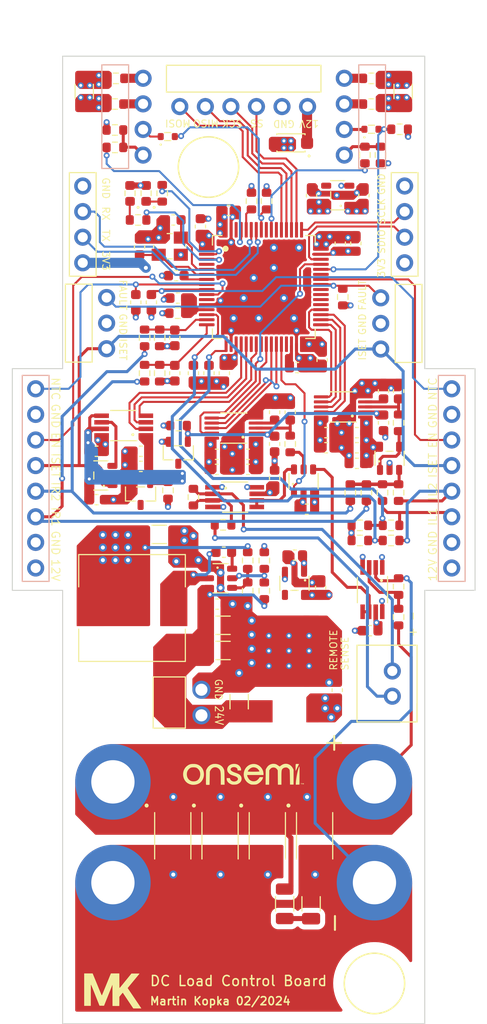
<source format=kicad_pcb>
(kicad_pcb (version 20211014) (generator pcbnew)
  (layers (0 "F.Cu" signal) (1 "In1.Cu" signal) (2 "In2.Cu" signal) (31 "B.Cu" signal) (34 "B.Paste" user) (35 "F.Paste" user) (36 "B.SilkS" user "B.Silkscreen") (37 "F.SilkS" user "F.Silkscreen") (38 "B.Mask" user) (39 "F.Mask" user) (44 "Edge.Cuts" user))
  (net 0 "")
  (net 1 "+12V")
  (net 2 "GND")
  (net 3 "+3V3")
  (net 4 "Net-(C103-Pad1)")
  (net 5 "Net-(C300-Pad1)")
  (net 6 "Net-(C304-Pad1)")
  (net 7 "Net-(C310-Pad1)")
  (net 8 "+5VA")
  (net 9 "Net-(C401-Pad1)")
  (net 10 "Net-(C406-Pad1)")
  (net 11 "VCC")
  (net 12 "Net-(D200-Pad1)")
  (net 13 "Net-(D201-Pad1)")
  (net 14 "Net-(D202-Pad1)")
  (net 15 "Net-(R305-Pad1)")
  (net 16 "Net-(R400-Pad2)")
  (net 18 "+12VA")
  (net 19 "/5. Fan Control/FAN1_TACH_CON")
  (net 20 "/5. Fan Control/FAN2_TACH_CON")
  (net 21 "/5. Fan Control/FAN1_GND")
  (net 22 "/5. Fan Control/FAN1_VCC")
  (net 23 "/5. Fan Control/FAN1_PWM_CON")
  (net 24 "/5. Fan Control/FAN2_PWM_CON")
  (net 30 "/2. MCU/FAN1_TACH")
  (net 31 "/2. MCU/FAN2_TACH")
  (net 32 "/5. Fan Control/FAN2_VCC")
  (net 33 "/5. Fan Control/FAN2_GND")
  (net 34 "/2. MCU/FAN1_PWM")
  (net 35 "/2. MCU/FAN2_PWM")
  (net 37 "/2. MCU/VDDA")
  (net 39 "VREF_ADC")
  (net 40 "IN-")
  (net 41 "/2. MCU/VCAP")
  (net 42 "/4. Current Sense & DAC/VREF_DAC")
  (net 43 "IN+")
  (net 44 "/ISET")
  (net 45 "/ISEN_L1")
  (net 46 "/ISEN_R1")
  (net 47 "/ISEN_L2")
  (net 48 "/ISEN_R2")
  (net 49 "/3. Input Protection & Voltage Sense/RSEN-")
  (net 50 "/3. Input Protection & Voltage Sense/RSEN+")
  (net 51 "/2. MCU/ISET_DAC_CLK")
  (net 52 "/2. MCU/ISET_DAC_MOSI")
  (net 53 "/2. MCU/ISEN_ADC_TRIG")
  (net 54 "/2. MCU/ISEN_ADC_CLK")
  (net 55 "/2. MCU/ISEN_ADC_MISO")
  (net 56 "/2. MCU/VSEN_ADC_TRIG")
  (net 57 "/2. MCU/VSEN_ADC_CLK")
  (net 58 "/2. MCU/VSEN_ADC_MISO")
  (net 59 "/2. MCU/~{RST}")
  (net 60 "/2. MCU/TX")
  (net 61 "/2. MCU/RX")
  (net 62 "/2. MCU/SWCLK")
  (net 63 "/2. MCU/SWDIO")
  (net 64 "/2. MCU/LED_GRN")
  (net 65 "/2. MCU/LED_RED")
  (net 67 "/2. MCU/CMD_SS")
  (net 68 "/2. MCU/CMD_SCK")
  (net 69 "/2. MCU/CMD_MOSI")
  (net 70 "/2. MCU/CMD_MISO")
  (net 71 "/2. MCU/BOOT0")
  (net 72 "/2. MCU/HSE_IN")
  (net 73 "/2. MCU/HSE_OUT")
  (net 74 "/3. Input Protection & Voltage Sense/INT_VSEN+")
  (net 75 "/~{FAULT}")
  (net 76 "/EN_L")
  (net 77 "/EN_R")
  (net 78 "/2. MCU/ISET_DAC_SS")
  (net 79 "/2. MCU/ISEN_ADC_SS")
  (net 80 "/2. MCU/VSEN_ADC_SS")
  (net 81 "/1. Power Supplies/BUCK_SW")
  (net 82 "/1. Power Supplies/BUCK_FB")
  (net 83 "/4. Current Sense & DAC/ISEN_SUM")
  (net 84 "/3. Input Protection & Voltage Sense/RSEN+D")
  (net 85 "/4. Current Sense & DAC/ISET_DAC_OUT")
  (net 86 "/3. Input Protection & Voltage Sense/V_SENSE_INTERNAL")
  (net 87 "/3. Input Protection & Voltage Sense/VSENSE_REMOTE")
  (net 91 "/1. Power Supplies/BUCK_EN")
  (net 92 "/NTC_L")
  (net 93 "/NTC_R")
  (net 94 "/2. MCU/VSEN_SRC")
  (net 98 "/2. MCU/ISEN_L1_ADC")
  (net 99 "/2. MCU/ISEN_L2_ADC")
  (net 100 "/2. MCU/ISEN_R1_ADC")
  (net 101 "/2. MCU/ISEN_R2_ADC")
  (footprint "Capacitor_SMD:C_1206_3216Metric" (layer "F.Cu") (at 165.85 57.5 90)
    (fp_text reference "C501" hide)
    (fp_text value "10u" hide)
  )
  (footprint "Resistor_SMD:R_0603_1608Metric" (layer "F.Cu") (at 152.05 104.04 90)
    (fp_text reference "R101" hide)
    (fp_text value "5k6" hide)
  )
  (footprint "Resistor_SMD:R_0603_1608Metric" (layer "F.Cu") (at 137.2 61.325)
    (fp_text reference "R502" hide)
    (fp_text value "10k" hide)
  )
  (footprint "Capacitor_SMD:C_1206_3216Metric" (layer "F.Cu") (at 134.15 57.5 90)
    (fp_text reference "C500" hide)
    (fp_text value "10u" hide)
  )
  (footprint "Capacitor_SMD:C_1206_3216Metric" (layer "F.Cu") (at 149.55 118.05 -90)
    (fp_text reference "C105" hide)
    (fp_text value "1u" hide)
  )
  (footprint "Capacitor_SMD:C_0603_1608Metric" (layer "F.Cu") (at 161.15 72.575 -90)
    (fp_text reference "C200" hide)
    (fp_text value "4u7" hide)
  )
  (footprint "w-opto:LED 0603" (layer "F.Cu") (at 138.7025 67.6 90)
    (fp_text reference "D201" hide)
    (fp_text value "LED_GREEN" hide)
  )
  (footprint "Resistor_SMD:R_0603_1608Metric" (layer "F.Cu") (at 147.95 100.5)
    (fp_text reference "R303" hide)
    (fp_text value "22k" hide)
  )
  (footprint "Resistor_SMD:R_0603_1608Metric" (layer "F.Cu") (at 141.65 85.45 -90)
    (fp_text reference "R212" hide)
    (fp_text value "18k" hide)
  )
  (footprint "LOGO" (layer "F.Cu") (at 149.975 125.25)
    (fp_text reference "G***" hide)
    (fp_text value "LOGO" hide)
  )
  (footprint "Capacitor_SMD:C_0603_1608Metric" (layer "F.Cu") (at 143.15 81.95 -90)
    (fp_text reference "C215" hide)
    (fp_text value "100n" hide)
  )
  (footprint "Connector_JST:JST_XH_B2B-XH-A_1x02_P2.50mm_Vertical" (layer "F.Cu") (at 164.775 115 -90)
    (fp_text reference "J300" hide)
    (fp_text value "Conn_01x02_Female" hide)
  )
  (footprint "Capacitor_SMD:C_0603_1608Metric" (layer "F.Cu") (at 163.9 90.375 90)
    (fp_text reference "C24" hide)
    (fp_text value "2u2" hide)
  )
  (footprint "Package_TO_SOT_SMD:TO-252-2" (layer "F.Cu") (at 154.55 114.8 90)
    (fp_text reference "U101" hide)
    (fp_text value "MC78M12A" hide)
  )
  (footprint "w-diode:SMB" (layer "F.Cu") (at 147.65 131.35 -90)
    (fp_text reference "D301" hide)
    (fp_text value "P0901SC" hide)
  )
  (footprint "MountingHole:MountingHole_4.3mm_M4_DIN965_Pad" (layer "F.Cu") (at 163 136)
    (fp_text reference "H301" hide)
    (fp_text value "MountingHole_Pad" hide)
  )
  (footprint "Connector_PinHeader_2.54mm:PinHeader_1x04_P2.54mm_Vertical" (layer "F.Cu") (at 134 74.5 180)
    (fp_text reference "J202" hide)
    (fp_text value "Conn_01x04_Male" hide)
  )
  (footprint "Resistor_SMD:R_0603_1608Metric" (layer "F.Cu") (at 140.15 81.95 90)
    (fp_text reference "R209" hide)
    (fp_text value "10k" hide)
  )
  (footprint "Resistor_SMD:R_0603_1608Metric" (layer "F.Cu") (at 137.2 58.75)
    (fp_text reference "L500" hide)
    (fp_text value "BLM18KG121TN1D" hide)
  )
  (footprint "Package_QFP:LQFP-64_10x10mm_P0.5mm" (layer "F.Cu") (at 152 76.9)
    (fp_text reference "U200" hide)
    (fp_text value "STM32F411RCT6" hide)
  )
  (footprint "w-ic:VSSOP-10 3x3mm P0.5mm" (layer "F.Cu") (at 149.025 90.9 180)
    (fp_text reference "U303" hide)
    (fp_text value "AD7091R" hide)
  )
  (footprint "Capacitor_SMD:C_0603_1608Metric" (layer "F.Cu") (at 161.25 92.85 180)
    (fp_text reference "C400" hide)
    (fp_text value "100n" hide)
  )
  (footprint "w-crystal:Crystal 3225 3.2x2.5mm 4pin" (layer "F.Cu") (at 142.65 72.85 180)
    (fp_text reference "Y200" hide)
    (fp_text value "25MHz" hide)
  )
  (footprint "MountingHole:MountingHole_3.2mm_M3" (layer "F.Cu") (at 146.5 65)
    (fp_text reference "H101" hide)
    (fp_text value "MountingHole" hide)
  )
  (footprint "Connector_PinHeader_2.54mm:PinHeader_1x03_P2.54mm_Horizontal" (layer "F.Cu") (at 163.625 77.975)
    (fp_text reference "J102" hide)
    (fp_text value "Conn_01x03_Male" hide)
  )
  (footprint "Resistor_SMD:R_0603_1608Metric" (layer "F.Cu") (at 152.275 68.375 -90)
    (fp_text reference "R500" hide)
    (fp_text value "10k" hide)
  )
  (footprint "w-diode:SOD-523" (layer "F.Cu") (at 142.45 61.975)
    (fp_text reference "D500" hide)
    (fp_text value "BAT54XV2" hide)
  )
  (footprint "w-connector:KLS PSH02-02W" (layer "F.Cu") (at 145.8 119.4 90)
    (fp_text reference "J104" hide)
    (fp_text value "Conn_01x02_Male" hide)
  )
  (footprint "w-ic:SOP-6" (layer "F.Cu") (at 147.7 105.8)
    (fp_text reference "U100" hide)
    (fp_text value "LMR51430YDD" hide)
  )
  (footprint "w-ic:VSSOP-8_3x3mm_P0.65mm" (layer "F.Cu") (at 149.1 97.75)
    (fp_text reference "U301" hide)
    (fp_text value "INA159" hide)
  )
  (footprint "w-ic:VSSOP-8_3x3mm_P0.65mm" (layer "F.Cu") (at 162.8 106.925 -90)
    (fp_text reference "U300" hide)
    (fp_text value "INA159" hide)
  )
  (footprint "Resistor_SMD:R_0603_1608Metric" (layer "F.Cu") (at 150.4 107.04 -90)
    (fp_text reference "R103" hide)
    (fp_text value "4k3" hide)
  )
  (footprint "Resistor_SMD:R_0603_1608Metric" (layer "F.Cu") (at 162.05 63.8 90)
    (fp_text reference "R504" hide)
    (fp_text value "1k" hide)
  )
  (footprint "Resistor_SMD:R_0603_1608Metric" (layer "F.Cu") (at 164.65 102.05 180)
    (fp_text reference "R207" hide)
    (fp_text value "10k" hide)
  )
  (footprint "Capacitor_SMD:C_0603_1608Metric" (layer "F.Cu") (at 161.25 94.4 180)
    (fp_text reference "C402" hide)
    (fp_text value "10u" hide)
  )
  (footprint "Resistor_SMD:R_0603_1608Metric" (layer "F.Cu") (at 137.2 63.05)
    (fp_text reference "R501" hide)
    (fp_text value "1k" hide)
  )
  (footprint "w-ic:SOT-23-5L" (layer "F.Cu") (at 155.05 106.3 -90)
    (fp_text reference "U103" hide)
    (fp_text value "NCP718BSN500" hide)
  )
  (footprint "MountingHole:MountingHole_3.2mm_M3" (layer "F.Cu") (at 163 146)
    (fp_text reference "H100" hide)
    (fp_text value "MountingHole" hide)
  )
  (footprint "LOGO" (layer "F.Cu") (at 137 146.75)
    (fp_text reference "G***" hide)
    (fp_text value "LOGO" hide)
  )
  (footprint "Resistor_SMD:R_0603_1608Metric" (layer "F.Cu") (at 165.4 90.375 90)
    (fp_text reference "R404" hide)
    (fp_text value "100R" hide)
  )
  (footprint "Capacitor_SMD:C_0603_1608Metric" (layer "F.Cu") (at 139.775 93.2 180)
    (fp_text reference "C409" hide)
    (fp_text value "100n" hide)
  )
  (footprint "Capacitor_SMD:C_0603_1608Metric" (layer "F.Cu") (at 150.425 95 180)
    (fp_text reference "C305" hide)
    (fp_text value "10u" hide)
  )
  (footprint "Connector_PinHeader_2.54mm:PinHeader_1x04_P2.54mm_Vertical" (layer "F.Cu") (at 166 74.5 180)
    (fp_text reference "J201" hide)
    (fp_text value "Conn_01x04_Male" hide)
  )
  (footprint "w-ic:VSSOP-8_3x3mm_P0.65mm" (layer "F.Cu") (at 138.075 90.65 180)
    (fp_text reference "U402" hide)
    (fp_text value "LTC2641-16" hide)
  )
  (footprint "w-ic:SOT-23-5L" (layer "F.Cu") (at 135.8 95.6 180)
    (fp_text reference "U403" hide)
    (fp_text value "NCS20231" hide)
  )
  (footprint "Capacitor_SMD:C_0603_1608Metric" (layer "F.Cu") (at 157.8 84.15 -90)
    (fp_text reference "C202" hide)
    (fp_text value "100n" hide)
  )
  (footprint "Capacitor_SMD:C_0603_1608Metric" (layer "F.Cu") (at 143.45 78 180)
    (fp_text reference "C206" hide)
    (fp_text value "1u" hide)
  )
  (footprint "Resistor_SMD:R_0603_1608Metric" (layer "F.Cu") (at 165.5 61.25 180)
    (fp_text reference "R503" hide)
    (fp_text value "10k" hide)
  )
  (footprint "Capacitor_SMD:C_0603_1608Metric" (layer "F.Cu") (at 157.65 106.725 -90)
    (fp_text reference "C110" hide)
    (fp_text value "1u" hide)
  )
  (footprint "Resistor_SMD:R_0603_1608Metric" (layer "F.Cu") (at 143.525 90.65)
    (fp_text reference "R104" hide)
    (fp_text value "10k" hide)
  )
  (footprint "Capacitor_SMD:C_0603_1608Metric" (layer "F.Cu") (at 156.275 98.95)
    (fp_text reference "C303" hide)
    (fp_text value "100n" hide)
  )
  (footprint "Resistor_SMD:R_0603_1608Metric" (layer "F.Cu") (at 150.4 104.04 -90)
    (fp_text reference "R102" hide)
    (fp_text value "82k" hide)
  )
  (footprint "Capacitor_SMD:C_0603_1608Metric" (layer "F.Cu") (at 163.9 87.225 90)
    (fp_text reference "C406" hide)
    (fp_text value "1u" hide)
  )
  (footprint "Resistor_SMD:R_0603_1608Metric" (layer "F.Cu") (at 162.7 56.2)
    (fp_text reference "L503" hide)
    (fp_text value "BLM18KG121TN1D" hide)
  )
  (footprint "MountingHole:MountingHole_4.3mm_M4_DIN965_Pad" (layer "F.Cu") (at 137 136)
    (fp_text reference "H303" hide)
    (fp_text value "MountingHole_Pad" hide)
  )
  (footprint "Capacitor_SMD:C_1206_3216Metric" (layer "F.Cu") (at 156.7 138.1 90)
    (fp_text reference "C300" hide)
    (fp_text value "1u" hide)
  )
  (footprint "Resistor_SMD:R_0603_1608Metric" (layer "F.Cu") (at 141.9 67.6 -90)
    (fp_text reference "R204" hide)
    (fp_text value "1k" hide)
  )
  (footprint "Capacitor_SMD:C_0603_1608Metric" (layer "F.Cu") (at 161.25 91.35 180)
    (fp_text reference "C403" hide)
    (fp_text value "100n" hide)
  )
  (footprint "Resistor_SMD:R_0603_1608Metric" (layer "F.Cu") (at 165.4 106.625 90)
    (fp_text reference "R302" hide)
    (fp_text value "10k" hide)
  )
  (footprint "Resistor_SMD:R_0603_1608Metric" (layer "F.Cu") (at 161.55 102.05 180)
    (fp_text reference "R208" hide)
    (fp_text value "18k" hide)
  )
  (footprint "Capacitor_SMD:C_0603_1608Metric" (layer "F.Cu") (at 148.5 69.3)
    (fp_text reference "C203" hide)
    (fp_text value "100n" hide)
  )
  (footprint "w-ic:SOT-23" (layer "F.Cu") (at 139.75 97.4375 -90)
    (fp_text reference "U404" hide)
    (fp_text value "LM4040A-5.0" hide)
  )
  (footprint "Capacitor_SMD:C_0603_1608Metric" (layer "F.Cu") (at 159.6 72.575 -90)
    (fp_text reference "C204" hide)
    (fp_text value "100n" hide)
  )
  (footprint "Resistor_SMD:R_1206_3216Metric" (layer "F.Cu") (at 154.075 138.1 -90)
    (fp_text reference "R300" hide)
    (fp_text value "3R3" hide)
  )
  (footprint "w-ic:SOT-23-5L" (layer "F.Cu") (at 159.35 67.8 180)
    (fp_text reference "U102" hide)
    (fp_text value "NCP718BSN330" hide)
  )
  (footprint "Capacitor_SMD:C_0603_1608Metric" (layer "F.Cu") (at 165.4 87.225 90)
    (fp_text reference "C401" hide)
    (fp_text value "1n" hide)
  )
  (footprint "Resistor_SMD:R_0603_1608Metric" (layer "F.Cu") (at 162.2 97.3 90)
    (fp_text reference "R402" hide)
    (fp_text value "10k" hide)
  )
  (footprint "Capacitor_SMD:C_0603_1608Metric" (layer "F.Cu") (at 148.075 85.45 -90)
    (fp_text reference "C201" hide)
    (fp_text value "100n" hide)
  )
  (footprint "Resistor_SMD:R_0603_1608Metric" (layer "F.Cu") (at 150.775 68.375 -90)
    (fp_text reference "R201" hide)
    (fp_text value "10k" hide)
  )
  (footprint "Capacitor_SMD:C_0603_1608Metric" (layer "F.Cu") (at 146.55 85.45 -90)
    (fp_text reference "C213" hide)
    (fp_text value "100n" hide)
  )
  (footprint "w-ic:SOP-6" (layer "F.Cu") (at 155.95 96.15 90)
    (fp_text reference "U302" hide)
    (fp_text value "TMUX1119" hide)
  )
  (footprint "Resistor_SMD:R_0603_1608Metric" (layer "F.Cu") (at 137.3 56.2 180)
    (fp_text reference "L501" hide)
    (fp_text value "BLM18KG121TN1D" hide)
  )
  (footprint "Capacitor_SMD:C_0603_1608Metric" (layer "F.Cu") (at 143.15 85.45 -90)
    (fp_text reference "C216" hide)
    (fp_text value "100n" hide)
  )
  (footprint "MountingHole:MountingHole_4.3mm_M4_DIN965_Pad" (layer "F.Cu") (at 163 126)
    (fp_text reference "H300" hide)
    (fp_text value "MountingHole_Pad" hide)
  )
  (footprint "Resistor_SMD:R_0603_1608Metric" (layer "F.Cu") (at 141.65 81.95 -90)
    (fp_text reference "R210" hide)
    (fp_text value "18k" hide)
  )
  (footprint "w-diode:SMB" (layer "F.Cu") (at 142.95 131.35 -90)
    (fp_text reference "D300" hide)
    (fp_text value "P0901SC" hide)
  )
  (footprint "Resistor_SMD:R_0603_1608Metric" (layer "F.Cu") (at 152.05 107.04 90)
    (fp_text reference "R100" hide)
    (fp_text value "82k" hide)
  )
  (footprint "Capacitor_SMD:C_0603_1608Metric" (layer "F.Cu") (at 139.775 94.7 180)
    (fp_text reference "C408" hide)
    (fp_text value "1u" hide)
  )
  (footprint "Capacitor_SMD:C_0603_1608Metric" (layer "F.Cu") (at 139.275 78.425 -90)
    (fp_text reference "C212" hide)
    (fp_text value "100n" hide)
  )
  (footprint "Resistor_SMD:R_0603_1608Metric" (layer "F.Cu") (at 154.625 92.475 90)
    (fp_text reference "R305" hide)
    (fp_text value "100R" hide)
  )
  (footprint "Capacitor_SMD:C_0603_1608Metric" (layer "F.Cu") (at 158.2 91.35)
    (fp_text reference "C405" hide)
    (fp_text value "100n" hide)
  )
  (footprint "Connector_PinHeader_2.54mm:PinHeader_1x03_P2.54mm_Horizontal" (layer "F.Cu") (at 136.375 83.025 180)
    (fp_text reference "J103" hide)
    (fp_text value "Conn_01x03_Male" hide)
  )
  (footprint "w-ic:VSSOP-10 3x3mm P0.5mm" (layer "F.Cu") (at 159.9 88.8 180)
    (fp_text reference "U401" hide)
    (fp_text value "AD7091R" hide)
  )
  (footprint "Capacitor_SMD:C_0603_1608Metric" (layer "F.Cu") (at 145.7 70.9 90)
    (fp_text reference "C205" hide)
    (fp_text value "100n" hide)
  )
  (footprint "Resistor_SMD:R_0603_1608Metric" (layer "F.Cu") (at 165.4 97.3 90)
    (fp_text reference "R401" hide)
    (fp_text value "10k" hide)
  )
  (footprint "Capacitor_SMD:C_0603_1608Metric" (layer "F.Cu") (at 145 85.45 -90)
    (fp_text reference "C214" hide)
    (fp_text value "100n" hide)
  )
  (footprint "w-ic:SOT-23-5L" (layer "F.Cu") (at 164.5 93.9 90)
    (fp_text reference "U400" hide)
    (fp_text value "NCS20231" hide)
  )
  (footprint "Capacitor_SMD:C_0603_1608Metric" (layer "F.Cu") (at 153.075 89.325 90)
    (fp_text reference "C310" hide)
    (fp_text value "1u" hide)
  )
  (footprint "Capacitor_SMD:C_0603_1608Metric" (layer "F.Cu") (at 150.425 93.5 180)
    (fp_text reference "C306" hide)
    (fp_text value "100n" hide)
  )
  (footprint "Resistor_SMD:R_0603_1608Metric" (layer "F.Cu") (at 165.4 109.65 90)
    (fp_text reference "R301" hide)
    (fp_text value "22k" hide)
  )
  (footprint "Resistor_SMD:R_0603_1608Metric" (layer "F.Cu") (at 139.5 70.25 180)
    (fp_text reference "R203" hide)
    (fp_text value "1k" hide)
  )
  (footprint "Capacitor_SMD:C_1206_3216Metric" (layer "F.Cu") (at 147.95 110.465)
    (fp_text reference "C101" hide)
    (fp_text value "4u7" hide)
  )
  (footprint "Capacitor_SMD:C_0603_1608Metric" (layer "F.Cu") (at 162.575 111 180)
    (fp_text reference "C301" hide)
    (fp_text value "100n" hide)
  )
  (footprint "Resistor_SMD:R_0603_1608Metric" (layer "F.Cu") (at 160.6 97.3 90)
    (fp_text reference "R403" hide)
    (fp_text value "10k" hide)
  )
  (footprint "Capacitor_SMD:C_0603_1608Metric" (layer "F.Cu") (at 155.075 103.5)
    (fp_text reference "C109" hide)
    (fp_text value "1u" hide)
  )
  (footprint "Capacitor_SMD:C_0603_1608Metric" (layer "F.Cu") (at 147.325 95)
    (fp_text reference "C308" hide)
    (fp_text value "10u" hide)
  )
  (footprint "Capacitor_SMD:C_0603_1608Metric" (layer "F.Cu") (at 147.325 93.5)
    (fp_text reference "C307" hide)
    (fp_text value "100n" hide)
  )
  (footprint "Capacitor_SMD:C_0603_1608Metric" (layer "F.Cu") (at 148.025 103.215 180)
    (fp_text reference "C103" hide)
    (fp_text value "100n" hide)
  )
  (footprint "Connector_PinHeader_2.54mm:PinHeader_1x06_P2.54mm_Horizontal" (layer "F.Cu") (at 143.65 59 90)
    (fp_text reference "J200" hide)
    (fp_text value "Conn_01x06_Male" hide)
  )
  (footprint "Capacitor_SMD:C_0603_1608Metric" (layer "F.Cu") (at 159.3 116.9 -90)
    (fp_text reference "C106" hide)
    (fp_text value "1u" hide)
  )
  (footprint "Capacitor_SMD:C_0603_1608Metric" (layer "F.Cu") (at 161.95 67.825 -90)
    (fp_text reference "C107" hide)
    (fp_text value "1u" hide)
  )
  (footprint "Inductor_SMD:L_10.4x10.4_H4.8" (layer "F.Cu") (at 138.9 108.75 180)
    (fp_text reference "L100" hide)
    (fp_text value "68u" hide)
  )
  (footprint "Resistor_SMD:R_0603_1608Metric" (layer "F.Cu") (at 163.8 97.3 90)
    (fp_text reference "R400" hide)
    (fp_text value "10k" hide)
  )
  (footprint "Resistor_SMD:R_0603_1608Metric" (layer "F.Cu") (at 163.6 63.8 90)
    (fp_text reference "R505" hide)
    (fp_text value "10k" hide)
  )
  (footprint "Capacitor_SMD:C_0603_1608Metric" (layer "F.Cu") (at 139.65 72.925 90)
    (fp_text reference "C210" hide)
    (fp_text value "12p" hide)
  )
  (footprint "Capacitor_SMD:C_0603_1608Metric" (layer "F.Cu") (at 135.375 93.2)
    (fp_text reference "C407" hide)
    (fp_text value "100n" hide)
  )
  (footprint "Capacitor_SMD:C_0603_1608Metric" (layer "F.Cu") (at 143 70.25 180)
    (fp_text reference "C209" hide)
    (fp_text value "12p" hide)
  )
  (footprint "Capacitor_SMD:C_0603_1608Metric" (layer "F.Cu") (at 153.075 92.475 90)
    (fp_text reference "C309" hide)
    (fp_text value "2u2" hide)
  )
  (footprint "Resistor_SMD:R_0603_1608Metric" (layer "F.Cu") (at 140.15 85.45 90)
    (fp_text reference "R211" hide)
    (fp_text value "10k" hide)
  )
  (footprint "Capacitor_SMD:C_0603_1608Metric" (layer "F.Cu") (at 135.375 98)
    (fp_text reference "C410" hide)
    (fp_text value "100n" hide)
  )
  (footprint "Capacitor_SMD:C_0603_1608Metric" (layer "F.Cu") (at 155.325 84.9)
    (fp_text reference "C208" hide)
    (fp_text value "2u2" hide)
  )
  (footprint "Capacitor_SMD:C_1206_3216Metric" (layer "F.Cu") (at 147.95 112.965)
    (fp_text reference "C100" hide)
    (fp_text value "4u7" hide)
  )
  (footprint "Capacitor_SMD:C_0603_1608Metric" (layer "F.Cu") (at 154.625 89.325 90)
    (fp_text reference "C304" hide)
    (fp_text value "1n" hide)
  )
  (footprint "MountingHole:MountingHole_4.3mm_M4_DIN965_Pad" (layer "F.Cu") (at 137 126)
    (fp_text reference "H302" hide)
    (fp_text value "MountingHole_Pad" hide)
  )
  (footprint "Resistor_SMD:R_0603_1608Metric" (layer "F.Cu") (at 159.85 77.9 90)
    (fp_text reference "R202" hide)
    (fp_text value "10k" hide)
  )
  (footprint "Resistor_SMD:R_0603_1608Metric" (layer "F.Cu") (at 162.7 58.75 180)
    (fp_text reference "L502" hide)
    (fp_text value "BLM18KG121TN1D" hide)
  )
  (footprint "w-diode:SOD-523" (layer "F.Cu") (at 162.7 61.25)
    (fp_text reference "D501" hide)
    (fp_text value "BAT54XV2" hide)
  )
  (footprint "w-opto:LED 0603" (layer "F.Cu") (at 140.3 67.6 90)
    (fp_text reference "D202" hide)
    (fp_text value "LED_RED" hide)
  )
  (footprint "Capacitor_SMD:C_1206_3216Metric" (layer "F.Cu") (at 141.6 101.45)
    (fp_text reference "C104" hide)
    (fp_text value "47u" hide)
  )
  (footprint "w-diode:SMB" (layer "F.Cu") (at 152.35 131.35 -90)
    (fp_text reference "D302" hide)
    (fp_text value "P0901SC" hide)
  )
  (footprint "Capacitor_SMD:C_0603_1608Metric" (layer "F.Cu") (at 158.2 92.85)
    (fp_text reference "C404" hide)
    (fp_text value "10u" hide)
  )
  (footprint "Capacitor_SMD:C_0603_1608Metric" (layer "F.Cu") (at 143.3 75.775 180)
    (fp_text reference "C207" hide)
    (fp_text value "100n" hide)
  )
  (footprint "Resistor_SMD:R_0603_1608Metric" (layer "F.Cu") (at 145 97.75 90)
    (fp_text reference "R304" hide)
    (fp_text value "10k" hide)
  )
  (footprint "Resistor_SMD:R_0603_1608Metric" (layer "F.Cu") (at 143.45 79.5 180)
    (fp_text reference "R200" hide)
    (fp_text value "10R" hide)
  )
  (footprint "w-ic:SOT-23" (layer "F.Cu") (at 143.5 93.35 -90)
    (fp_text reference "U104" hide)
    (fp_text value "LM4040A-5.0" hide)
  )
  (footprint "Capacitor_SMD:C_0603_1608Metric" (layer "F.Cu") (at 153.075 95.85 90)
    (fp_text reference "C302" hide)
    (fp_text value "100n" hide)
  )
  (footprint "Resistor_SMD:R_0603_1608Metric" (layer "F.Cu") (at 161.55 100.55 180)
    (fp_text reference "R206" hide)
    (fp_text value "18k" hide)
  )
  (footprint "w-diode:SOD-123LF" (layer "F.Cu") (at 154.7 62.6 180)
    (fp_text reference "D200" hide)
    (fp_text value "MBR180S1" hide)
  )
  (footprint "Resistor_SMD:R_0603_1608Metric" (layer "F.Cu") (at 142.475 97.075 90)
    (fp_text reference "R405" hide)
    (fp_text value "10k" hide)
  )
  (footprint "Capacitor_SMD:C_0603_1608Metric" (layer "F.Cu") (at 156.75 67.825 -90)
    (fp_text reference "C108" hide)
    (fp_text value "1u" hide)
  )
  (footprint "Capacitor_SMD:C_0603_1608Metric" (layer "F.Cu") (at 147.375 108.365)
    (fp_text reference "C102" hide)
    (fp_text value "100n" hide)
  )
  (footprint "w-diode:SMB" (layer "F.Cu") (at 157.05 131.35 -90)
    (fp_text reference "D303" hide)
    (fp_text value "P0901SC" hide)
  )
  (footprint "Resistor_SMD:R_0603_1608Metric" (layer "F.Cu") (at 164.65 100.55 180)
    (fp_text reference "R205" hide)
    (fp_text value "10k" hide)
  )
  (footprint "Capacitor_SMD:C_0603_1608Metric" (layer "F.Cu") (at 140.825 78.425 -90)
    (fp_text reference "C211" hide)
    (fp_text value "100n" hide)
  )
  (footprint "Connector_PinSocket_2.54mm:PinSocket_1x08_P2.54mm_Vertical" (layer "B.Cu") (at 129.32 87 180)
    (fp_text reference "J101" hide)
    (fp_text value "Conn_01x08_Female" hide)
  )
  (footprint "Connector_PinSocket_2.54mm:PinSocket_1x08_P2.54mm_Vertical" (layer "B.Cu") (at 170.68 87 180)
    (fp_text reference "J100" hide)
    (fp_text value "Conn_01x08_Female" hide)
  )
  (footprint "Connector_PinHeader_2.54mm:PinHeader_1x04_P2.54mm_Horizontal" (layer "B.Cu") (at 140 56.19 180)
    (fp_text reference "J500" hide)
    (fp_text value "Conn_01x04_Male" hide)
  )
  (footprint "Connector_PinHeader_2.54mm:PinHeader_1x04_P2.54mm_Horizontal" (layer "B.Cu") (at 160 63.81)
    (fp_text reference "J501" hide)
    (fp_text value "Conn_01x04_Male" hide)
  )
  (gr_circle (center 163 146) (end 163 143) (layer "F.SilkS") (width 0.15) (fill none))
  (gr_circle (center 146.5 65) (end 146.5 62) (layer "F.SilkS") (width 0.15) (fill none))
  (gr_line (start 168 150) (end 168 107) (layer "Edge.Cuts") (width 0.1))
  (gr_line (start 173 107) (end 173 85) (layer "Edge.Cuts") (width 0.1))
  (gr_line (start 132 107) (end 127 107) (layer "Edge.Cuts") (width 0.1))
  (gr_line (start 127 85) (end 132 85) (layer "Edge.Cuts") (width 0.1))
  (gr_line (start 127 107) (end 127 85) (layer "Edge.Cuts") (width 0.1))
  (gr_line (start 168 85) (end 173 85) (layer "Edge.Cuts") (width 0.1))
  (gr_line (start 168 107) (end 173 107) (layer "Edge.Cuts") (width 0.1))
  (gr_line (start 132 150) (end 168 150) (layer "Edge.Cuts") (width 0.1))
  (gr_line (start 132 54) (end 168 54) (layer "Edge.Cuts") (width 0.1))
  (gr_line (start 132 150) (end 132 107) (layer "Edge.Cuts") (width 0.1))
  (gr_line (start 168 54) (end 168 85) (layer "Edge.Cuts") (width 0.1))
  (gr_line (start 132 85) (end 132 54) (layer "Edge.Cuts") (width 0.1))
  (gr_text "GND" (at 154 60.7 180) (layer "F.SilkS") (effects (font (size 0.7 0.7) (thickness 0.1))))
  (gr_text "SS" (at 151.3 60.65 180) (layer "F.SilkS") (effects (font (size 0.7 0.7) (thickness 0.1))))
  (gr_text "FAULT" (at 138 77.7 270) (layer "F.SilkS") (effects (font (size 0.7 0.7) (thickness 0.1))))
  (gr_text "GND" (at 168.8 102.3 90) (layer "F.SilkS") (effects (font (size 0.8 0.8) (thickness 0.1))))
  (gr_text "SDIO" (at 163.7 72.4 90) (layer "F.SilkS") (effects (font (size 0.7 0.7) (thickness 0.1))))
  (gr_text "MOSI" (at 143.45 60.65 180) (layer "F.SilkS") (effects (font (size 0.7 0.7) (thickness 0.1))))
  (gr_text "ISET" (at 131.3 94.6 270) (layer "F.SilkS") (effects (font (size 0.8 0.8) (thickness 0.1))))
  (gr_text "12V" (at 131.3 105 270) (layer "F.SilkS") (effects (font (size 0.8 0.8) (thickness 0.1))))
  (gr_text "Martin Kopka 02/2024" (at 140.6 147.75) (layer "F.SilkS") (effects (font (size 0.8 0.8)) (justify left)))
  (gr_text "ISET" (at 138 83.1 270) (layer "F.SilkS") (effects (font (size 0.7 0.7) (thickness 0.1))))
  (gr_text "IR2" (at 131.3 97.2 270) (layer "F.SilkS") (effects (font (size 0.8 0.8) (thickness 0.1))))
  (gr_text "SCK" (at 148.85 60.65 180) (layer "F.SilkS") (effects (font (size 0.7 0.7) (thickness 0.1))))
  (gr_text "IL2" (at 168.8 97.2 90) (layer "F.SilkS") (effects (font (size 0.8 0.8) (thickness 0.1))))
  (gr_text "MISO" (at 146.25 60.65 180) (layer "F.SilkS") (effects (font (size 0.7 0.7) (thickness 0.1))))
  (gr_text "GND" (at 131.3 89.7 270) (layer "F.SilkS") (effects (font (size 0.8 0.8) (thickness 0.1))))
  (gr_text "+" (at 159 122) (layer "F.SilkS") (effects (font (size 1.8 1.8) (thickness 0.2))))
  (gr_text "GND" (at 161.8 80.6 90) (layer "F.SilkS") (effects (font (size 0.7 0.7) (thickness 0.1))))
  (gr_text "RX" (at 136.3 69.6 270) (layer "F.SilkS") (effects (font (size 0.7 0.7) (thickness 0.1))))
  (gr_text "24V" (at 147.55 119.4 270) (layer "F.SilkS") (effects (font (size 0.8 0.7) (thickness 0.1))))
  (gr_text "12V" (at 168.8 105 90) (layer "F.SilkS") (effects (font (size 0.8 0.8) (thickness 0.1))))
  (gr_text "ISET" (at 161.8 83.1 90) (layer "F.SilkS") (effects (font (size 0.7 0.7) (thickness 0.1))))
  (gr_text "IL1" (at 168.8 99.7 90) (layer "F.SilkS") (effects (font (size 0.8 0.8) (thickness 0.1))))
  (gr_text "ISET" (at 168.8 94.6 90) (layer "F.SilkS") (effects (font (size 0.8 0.8) (thickness 0.1))))
  (gr_text "3V3" (at 136.3 74.3 270) (layer "F.SilkS") (effects (font (size 0.7 0.7) (thickness 0.1))))
  (gr_text "GND" (at 136.3 67.1 270) (layer "F.SilkS") (effects (font (size 0.7 0.7) (thickness 0.1))))
  (gr_text "DC Load Control Board" (at 140.6 145.75) (layer "F.SilkS") (effects (font (size 1 1)) (justify left)))
  (gr_text "GND" (at 147.5 116.85 270) (layer "F.SilkS") (effects (font (size 0.7 0.7) (thickness 0.1))))
  (gr_text "GND" (at 131.3 102.3 270) (layer "F.SilkS") (effects (font (size 0.8 0.8) (thickness 0.1))))
  (gr_text "-" (at 159 140 90) (layer "F.SilkS") (effects (font (size 1 1.8) (thickness 0.2))))
  (gr_text "GND" (at 138 80.6 270) (layer "F.SilkS") (effects (font (size 0.7 0.7) (thickness 0.1))))
  (gr_text "GND" (at 163.7 66.7 90) (layer "F.SilkS") (effects (font (size 0.7 0.7) (thickness 0.1))))
  (gr_text "NTC" (at 131.3 87 270) (layer "F.SilkS") (effects (font (size 0.8 0.8) (thickness 0.1))))
  (gr_text "SCLK" (at 163.7 69.4 90) (layer "F.SilkS") (effects (font (size 0.7 0.7) (thickness 0.1))))
  (gr_text "12V" (at 156.5 60.7 180) (layer "F.SilkS") (effects (font (size 0.7 0.7) (thickness 0.1))))
  (gr_text "EN" (at 168.8 92.1 90) (layer "F.SilkS") (effects (font (size 0.8 0.8) (thickness 0.1))))
  (gr_text "+ -" (at 166.8 110.35 90) (layer "F.SilkS") (effects (font (size 0.8 0.8) (thickness 0.1))))
  (gr_text "REMOTE\nSENSE" (at 159.5 115 90) (layer "F.SilkS") (effects (font (size 0.7 0.7) (thickness 0.1)) (justify left)))
  (gr_text "EN" (at 131.3 92.1 270) (layer "F.SilkS") (effects (font (size 0.8 0.8) (thickness 0.1))))
  (gr_text "GND" (at 168.8 89.7 90) (layer "F.SilkS") (effects (font (size 0.8 0.8) (thickness 0.1))))
  (gr_text "3V3" (at 163.7 75 90) (layer "F.SilkS") (effects (font (size 0.7 0.7) (thickness 0.1))))
  (gr_text "TX" (at 136.3 71.8 270) (layer "F.SilkS") (effects (font (size 0.7 0.7) (thickness 0.1))))
  (gr_text "IR1" (at 131.3 99.7 270) (layer "F.SilkS") (effects (font (size 0.8 0.8) (thickness 0.1))))
  (gr_text "NTC" (at 168.8 87 90) (layer "F.SilkS") (effects (font (size 0.8 0.8) (thickness 0.1))))
  (gr_text "FAULT" (at 161.8 77.7 90) (layer "F.SilkS") (effects (font (size 0.7 0.7) (thickness 0.1))))
  (segment (start 160.5 66.85) (end 159.7 66.85) (width 0.3) (layer "F.Cu") (net 1))
  (via (at 164.4 59.1) (size 0.6) (drill 0.3) (layers "F.Cu" "B.Cu") (net 1))
  (via (at 166.2 58.1) (size 0.6) (drill 0.3) (layers "F.Cu" "B.Cu") (net 1))
  (via (at 138.5 101.5) (size 0.8) (drill 0.4) (layers "F.Cu" "B.Cu") (net 1))
  (via (at 154.7 63.1) (size 0.6) (drill 0.3) (layers "F.Cu" "B.Cu") (net 1))
  (via (at 164.4 58.2) (size 0.6) (drill 0.3) (layers "F.Cu" "B.Cu") (net 1))
  (via (at 137.25 102.75) (size 0.8) (drill 0.4) (layers "F.Cu" "B.Cu") (net 1))
  (via (at 140.2 102.75) (size 0.6) (drill 0.3) (layers "F.Cu" "B.Cu") (net 1))
  (via (at 137.25 101.5) (size 0.8) (drill 0.4) (layers "F.Cu" "B.Cu") (net 1))
  (via (at 133.8 58.1) (size 0.6) (drill 0.3) (layers "F.Cu" "B.Cu") (net 1))
  (via (at 138.5 104) (size 0.8) (drill 0.4) (layers "F.Cu" "B.Cu") (net 1))
  (via (at 150.4 102.615) (size 0.6) (drill 0.3) (layers "F.Cu" "B.Cu") (net 1))
  (via (at 136 104) (size 0.8) (drill 0.4) (layers "F.Cu" "B.Cu") (net 1))
  (via (at 135.6 59.1) (size 0.6) (drill 0.3) (layers "F.Cu" "B.Cu") (net 1))
  (via (at 136 102.75) (size 0.8) (drill 0.4) (layers "F.Cu" "B.Cu") (net 1))
  (via (at 135.6 58.2) (size 0.6) (drill 0.3) (layers "F.Cu" "B.Cu") (net 1))
  (via (at 154.7 62.4) (size 0.6) (drill 0.3) (layers "F.Cu" "B.Cu") (net 1))
  (via (at 137.25 104) (size 0.8) (drill 0.4) (layers "F.Cu" "B.Cu") (net 1))
  (via (at 138.5 102.75) (size 0.8) (drill 0.4) (layers "F.Cu" "B.Cu") (net 1))
  (via (at 154 63.1) (size 0.6) (drill 0.3) (layers "F.Cu" "B.Cu") (net 1))
  (via (at 162.075 69.375) (size 0.6) (drill 0.3) (layers "F.Cu" "B.Cu") (net 1))
  (via (at 154 62.4) (size 0.6) (drill 0.3) (layers "F.Cu" "B.Cu") (net 1))
  (via (at 160.35 69.375) (size 0.6) (drill 0.3) (layers "F.Cu" "B.Cu") (net 1))
  (via (at 159.7 66.85) (size 0.6) (drill 0.3) (layers "F.Cu" "B.Cu") (net 1))
  (via (at 165.3 58.1) (size 0.6) (drill 0.3) (layers "F.Cu" "B.Cu") (net 1))
  (via (at 161.225 69.375) (size 0.6) (drill 0.3) (layers "F.Cu" "B.Cu") (net 1))
  (via (at 136 101.5) (size 0.8) (drill 0.4) (layers "F.Cu" "B.Cu") (net 1))
  (via (at 134.7 58.1) (size 0.6) (drill 0.3) (layers "F.Cu" "B.Cu") (net 1))
  (segment (start 150.265 102.75) (end 150.4 102.615) (width 0.3) (layer "B.Cu") (net 1))
  (segment (start 140.2 102.75) (end 150.265 102.75) (width 0.3) (layer "B.Cu") (net 1))
  (segment (start 142.2 78) (end 142.05 78.15) (width 0.6) (layer "F.Cu") (net 2))
  (segment (start 147.85 96.75) (end 147.825 96.775) (width 0.3) (layer "F.Cu") (net 2))
  (segment (start 163.75 108.05) (end 163.775 108.075) (width 0.3) (layer "F.Cu") (net 2))
  (segment (start 161.8 111) (end 161.05 111) (width 0.6) (layer "F.Cu") (net 2))
  (segment (start 142.525 75.775) (end 141.875 75.775) (width 0.6) (layer "F.Cu") (net 2))
  (segment (start 164.075 91.325) (end 163.9 91.15) (width 0.6) (layer "F.Cu") (net 2))
  (segment (start 141.85 92.25) (end 142.5375 92.25) (width 0.6) (layer "F.Cu") (net 2))
  (segment (start 160.725 100.55) (end 160.725 101.275) (width 0.6) (layer "F.Cu") (net 2))
  (segment (start 147.825 96.775) (end 146.9 96.775) (width 0.3) (layer "F.Cu") (net 2))
  (segment (start 153.075 95.075) (end 153.075 94.15) (width 0.6) (layer "F.Cu") (net 2))
  (segment (start 163.6 64.625) (end 164.375 64.625) (width 0.6) (layer "F.Cu") (net 2))
  (segment (start 145.7 70.125) (end 146.5 70.125) (width 0.6) (layer "F.Cu") (net 2))
  (segment (start 160.725 101.275) (end 160.7 101.3) (width 0.6) (layer "F.Cu") (net 2))
  (segment (start 142.675 78) (end 142.2 78) (width 0.6) (layer "F.Cu") (net 2))
  (segment (start 150.35 96.75) (end 150.375 96.775) (width 0.3) (layer "F.Cu") (net 2))
  (segment (start 164.5 95.05) (end 164.5 94.35) (width 0.6) (layer "F.Cu") (net 2))
  (segment (start 160.725 101.325) (end 160.7 101.3) (width 0.6) (layer "F.Cu") (net 2))
  (segment (start 161.825 104.725) (end 161.825 103.675) (width 0.45) (layer "F.Cu") (net 2))
  (segment (start 141.7 86.225) (end 141.65 86.275) (width 0.6) (layer "F.Cu") (net 2))
  (segment (start 160.725 102.05) (end 160.725 101.325) (width 0.6) (layer "F.Cu") (net 2))
  (segment (start 142.5375 92.25) (end 142.55 92.2625) (width 0.6) (layer "F.Cu") (net 2))
  (segment (start 152.05 103.215) (end 152.05 102.6) (width 0.6) (layer "F.Cu") (net 2))
  (segment (start 163.775 103.725) (end 163.75 103.7) (width 0.3) (layer "F.Cu") (net 2))
  (segment (start 150.375 96.775) (end 151.3 96.775) (width 0.3) (layer "F.Cu") (net 2))
  (segment (start 153.075 93.25) (end 153.075 94.15) (width 0.6) (layer "F.Cu") (net 2))
  (segment (start 164.075 91.825) (end 164.075 91.325) (width 0.6) (layer "F.Cu") (net 2))
  (segment (start 140.825 79.2) (end 140.825 79.925) (width 0.6) (layer "F.Cu") (net 2))
  (segment (start 143.15 86.225) (end 142.4 86.225) (width 0.6) (layer "F.Cu") (net 2))
  (segment (start 163.775 104.725) (end 163.775 103.725) (width 0.3) (layer "F.Cu") (net 2))
  (segment (start 136.375 61.325) (end 136.375 60.55) (width 0.6) (layer "F.Cu") (net 2))
  (segment (start 146.9 98.725) (end 147.975 98.725) (width 0.45) (layer "F.Cu") (net 2))
  (segment (start 163.775 108.075) (end 163.775 109.125) (width 0.3) (layer "F.Cu") (net 2))
  (segment (start 150.775 67.55) (end 150.775 66.875) (width 0.6) (layer "F.Cu") (net 2))
  (segment (start 143.1 82.775) (end 143.15 82.725) (width 0.6) (layer "F.Cu") (net 2))
  (segment (start 142.4 82.775) (end 143.1 82.775) (width 0.6) (layer "F.Cu") (net 2))
  (segment (start 139.275 79.2) (end 139.275 79.925) (width 0.6) (layer "F.Cu") (net 2))
  (segment (start 142.4 86.225) (end 141.7 86.225) (width 0.6) (layer "F.Cu") (net 2))
  (segment (start 141.65 82.775) (end 142.4 82.775) (width 0.6) (layer "F.Cu") (net 2))
  (via (at 149.55 115.2) (size 0.8) (drill 0.4) (layers "F.Cu" "B.Cu") (net 2))
  (via (at 148.875 95.05) (size 0.6) (drill 0.3) (layers "F.Cu" "B.Cu") (net 2))
  (via (at 145 101.6) (size 0.8) (drill 0.4) (layers "F.Cu" "B.Cu") (net 2))
  (via (at 149 80) (size 0.8) (drill 0.4) (layers "F.Cu" "B.Cu") (net 2))
  (via (at 135.6 56.8) (size 0.6) (drill 0.3) (layers "F.Cu" "B.Cu") (net 2))
  (via (at 154.5 111.5) (size 0.6) (drill 0.3) (layers "F.Cu" "B.Cu") (net 2))
  (via (at 161.75 86.45) (size 0.6) (drill 0.3) (layers "F.Cu" "B.Cu") (net 2))
  (via (at 160.7 101.3) (size 0.6) (drill 0.3) (layers "F.Cu" "B.Cu") (net 2))
  (via (at 142.4 86.225) (size 0.6) (drill 0.3) (layers "F.Cu" "B.Cu") (net 2))
  (via (at 151 76) (size 0.8) (drill 0.4) (layers "F.Cu" "B.Cu") (net 2))
  (via (at 164.5 94.35) (size 0.6) (drill 0.3) (layers "F.Cu" "B.Cu") (net 2))
  (via (at 159.725 91.35) (size 0.6) (drill 0.3) (layers "F.Cu" "B.Cu") (net 2))
  (via (at 142.4 82.775) (size 0.6) (drill 0.3) (layers "F.Cu" "B.Cu") (net 2))
  (via (at 150 78) (size 0.8) (drill 0.4) (layers "F.Cu" "B.Cu") (net 2))
  (via (at 161.825 103.675) (size 0.6) (drill 0.3) (layers "F.Cu" "B.Cu") (net 2))
  (via (at 148.1 92.75) (size 0.6) (drill 0.3) (layers "F.Cu" "B.Cu") (net 2))
  (via (at 156.8 106.225) (size 0.6) (drill 0.3) (layers "F.Cu" "B.Cu") (net 2))
  (via (at 140.825 79.925) (size 0.6) (drill 0.3) (layers "F.Cu" "B.Cu") (net 2))
  (via (at 160.375 73.35) (size 0.6) (drill 0.3) (layers "F.Cu" "B.Cu") (net 2))
  (via (at 148.875 93.45) (size 0.6) (drill 0.3) (layers "F.Cu" "B.Cu") (net 2))
  (via (at 159.3 90.45) (size 0.6) (drill 0.3) (layers "F.Cu" "B.Cu") (net 2))
  (via (at 148.75 81.225) (size 0.6) (drill 0.3) (layers "F.Cu" "B.Cu") (net 2))
  (via (at 148.9 69.95) (size 0.6) (drill 0.3) (layers "F.Cu" "B.Cu") (net 2))
  (via (at 135.5 92.1) (size 0.6) (drill 0.3) (layers "F.Cu" "B.Cu") (net 2))
  (via (at 161.05 111) (size 0.6) (drill 0.3) (layers "F.Cu" "B.Cu") (net 2))
  (via (at 150.35 96.75) (size 0.6) (drill 0.3) (layers "F.Cu" "B.Cu") (net 2))
  (via (at 161.05 87.2) (size 0.6) (drill 0.3) (layers "F.Cu" "B.Cu") (net 2))
  (via (at 141.7 71.05) (size 0.6) (drill 0.3) (layers "F.Cu" "B.Cu") (net 2))
  (via (at 149.65 92.75) (size 0.6) (drill 0.3) (layers "F.Cu" "B.Cu") (net 2))
  (via (at 147.7 78.25) (size 0.6) (drill 0.3) (layers "F.Cu" "B.Cu") (net 2))
  (via (at 148 86.8) (size 0.6) (drill 0.3) (layers "F.Cu" "B.Cu") (net 2))
  (via (at 155.5 73) (size 0.8) (drill 0.4) (layers "F.Cu" "B.Cu") (net 2))
  (via (at 164.65 86.95) (size 0.6) (drill 0.3) (layers "F.Cu" "B.Cu") (net 2))
  (via (at 134.7 56.9) (size 0.6) (drill 0.3) (layers "F.Cu" "B.Cu") (net 2))
  (via (at 139.275 79.925) (size 0.6) (drill 0.3) (layers "F.Cu" "B.Cu") (net 2))
  (via (at 147.7 106.75) (size 0.8) (drill 0.4) (layers "F.Cu" "B.Cu") (net 2))
  (via (at 160.5 90.45) (size 0.6) (drill 0.3) (layers "F.Cu" "B.Cu") (net 2))
  (via (at 155 80) (size 0.8) (drill 0.4) (layers "F.Cu" "B.Cu") (net 2))
  (via (at 161.25 67.55) (size 0.6) (drill 0.3) (layers "F.Cu" "B.Cu") (net 2))
  (via (at 135.6 55.9) (size 0.6) (drill 0.3) (layers "F.Cu" "B.Cu") (net 2))
  (via (at 154.925 104.275) (size 0.6) (drill 0.3) (layers "F.Cu" "B.Cu") (net 2))
  (via (at 158.9 73.5) (size 0.6) (drill 0.3) (layers "F.Cu" "B.Cu") (net 2))
  (via (at 150.8 114.2) (size 0.8) (drill 0.4) (layers "F.Cu" "B.Cu") (net 2))
  (via (at 145.5 104) (size 0.8) (drill 0.4) (layers "F.Cu" "B.Cu") (net 2))
  (via (at 154 78) (size 0.8) (drill 0.4) (layers "F.Cu" "B.Cu") (net 2))
  (via (at 138.2 94.55) (size 0.6) (drill 0.3) (layers "F.Cu" "B.Cu") (net 2))
  (via (at 147.85 96.75) (size 0.6) (drill 0.3) (layers "F.Cu" "B.Cu") (net 2))
  (via (at 154.5 114.5) (size 0.6) (drill 0.3) (layers "F.Cu" "B.Cu") (net 2))
  (via (at 152.5 111.5) (size 0.6) (drill 0.3) (layers "F.Cu" "B.Cu") (net 2))
  (via (at 145.8 86.25) (size 0.6) (drill 0.3) (layers "F.Cu" "B.Cu") (net 2))
  (via (at 166.2 56.9) (size 0.6) (drill 0.3) (layers "F.Cu" "B.Cu") (net 2))
  (via (at 155.5 83.95) (size 0.6) (drill 0.3) (layers "F.Cu" "B.Cu") (net 2))
  (via (at 164.375 64.625) (size 0.6) (drill 0.3) (layers "F.Cu" "B.Cu") (net 2))
  (via (at 138.2 93.2) (size 0.6) (drill 0.3) (layers "F.Cu" "B.Cu") (net 2))
  (via (at 148.75 72.475) (size 0.6) (drill 0.3) (layers "F.Cu" "B.Cu") (net 2))
  (via (at 156.5 111.5) (size 0.6) (drill 0.3) (layers "F.Cu" "B.Cu") (net 2))
  (via (at 152.5 114.5) (size 0.6) (drill 0.3) (layers "F.Cu" "B.Cu") (net 2))
  (via (at 136.375 60.55) (size 0.6) (drill 0.3) (layers "F.Cu" "B.Cu") (net 2))
  (via (at 164.4 56.8) (size 0.6) (drill 0.3) (layers "F.Cu" "B.Cu") (net 2))
  (via (at 154.5 113) (size 0.6) (drill 0.3) (layers "F.Cu" "B.Cu") (net 2))
  (via (at 136.25 92.5) (size 0.6) (drill 0.3) (layers "F.Cu" "B.Cu") (net 2))
  (via (at 153.15 87.9) (size 0.6) (drill 0.3) (layers "F.Cu" "B.Cu") (net 2))
  (via (at 143.3 104.125) (size 0.8) (drill 0.4) (layers "F.Cu" "B.Cu") (net 2))
  (via (at 137.05 98) (size 0.6) (drill 0.3) (layers "F.Cu" "B.Cu") (net 2))
  (via (at 151.5 80) (size 0.8) (drill 0.4) (layers "F.Cu" "B.Cu") (net 2))
  (via (at 152.5 113) (size 0.6) (drill 0.3) (layers "F.Cu" "B.Cu") (net 2))
  (via (at 142.05 78.15) (size 0.6) (drill 0.3) (layers "F.Cu" "B.Cu") (net 2))
  (via (at 159.725 92.85) (size 0.6) (drill 0.3) (layers "F.Cu" "B.Cu") (net 2))
  (via (at 163.05 86.45) (size 0.6) (drill 0.3) (layers "F.Cu" "B.Cu") (net 2))
  (via (at 153.075 94.15) (size 0.6) (drill 0.3) (layers "F.Cu" "B.Cu") (net 2))
  (via (at 157.45 67.625) (size 0.6) (drill 0.3) (layers "F.Cu" "B.Cu") (net 2))
  (via (at 150.775 66.875) (size 0.6) (drill 0.3) (layers "F.Cu" "B.Cu") (net 2))
  (via (at 141.55 72) (size 0.6) (drill 0.3) (layers "F.Cu" "B.Cu") (net 2))
  (via (at 146.5 70.125) (size 0.6) (drill 0.3) (layers "F.Cu" "B.Cu") (net 2))
  (via (at 163.75 108.05) (size 0.6) (drill 0.3) (layers "F.Cu" "B.Cu") (net 2))
  (via (at 150.8 111.4) (size 0.8) (drill 0.4) (layers "F.Cu" "B.Cu") (net 2))
  (via (at 162.35 87.2) (size 0.6) (drill 0.3) (layers "F.Cu" "B.Cu") (net 2))
  (via (at 150.8 112.8) (size 0.8) (drill 0.4) (layers "F.Cu" "B.Cu") (net 2))
  (via (at 133.8 56.9) (size 0.6) (drill 0.3) (layers "F.Cu" "B.Cu") (net 2))
  (via (at 147.3 86.25) (size 0.6) (drill 0.3) (layers "F.Cu" "B.Cu") (net 2))
  (via (at 148.9 108.35) (size 0.8) (drill 0.4) (layers "F.Cu" "B.Cu") (net 2))
  (via (at 155.25 81.225) (size 0.6) (drill 0.3) (layers "F.Cu" "B.Cu") (net 2))
  (via (at 165.3 56.9) (size 0.6) (drill 0.3) (layers "F.Cu" "B.Cu") (net 2))
  (via (at 147.7 105.25) (size 0.8) (drill 0.4) (layers "F.Cu" "B.Cu") (net 2))
  (via (at 156.625 83.95) (size 0.6) (drill 0.3) (layers "F.Cu" "B.Cu") (net 2))
  (via (at 150.4 108.55) (size 0.8) (drill 0.4) (layers "F.Cu" "B.Cu") (net 2))
  (via (at 153 75) (size 0.8) (drill 0.4) (layers "F.Cu" "B.Cu") (net 2))
  (via (at 159.25 67.8) (size 0.6) (drill 0.3) (layers "F.Cu" "B.Cu") (net 2))
  (via (at 150.8 110) (size 0.8) (drill 0.4) (layers "F.Cu" "B.Cu") (net 2))
  (via (at 143.75 73.7) (size 0.6) (drill 0.3) (layers "F.Cu" "B.Cu") (net 2))
  (via (at 147.975 98.725) (size 0.6) (drill 0.3) (layers "F.Cu" "B.Cu") (net 2))
  (via (at 152.05 102.6) (size 0.6) (drill 0.3) (layers "F.Cu" "B.Cu") (net 2))
  (via (at 140.5 72.15) (size 0.6) (drill 0.3) (layers "F.Cu" "B.Cu") (net 2))
  (via (at 164.4 55.9) (size 0.6) (drill 0.3) (layers "F.Cu" "B.Cu") (net 2))
  (via (at 156.5 114.5) (size 0.6) (drill 0.3) (layers "F.Cu" "B.Cu") (net 2))
  (via (at 164.075 91.825) (size 0.6) (drill 0.3) (layers "F.Cu" "B.Cu") (net 2))
  (via (at 156.5 113) (size 0.6) (drill 0.3) (layers "F.Cu" "B.Cu") (net 2))
  (via (at 144.1 101.1) (size 0.8) (drill 0.4) (layers "F.Cu" "B.Cu") (net 2))
  (via (at 141.85 92.25) (size 0.6) (drill 0.3) (layers "F.Cu" "B.Cu") (net 2))
  (via (at 154.65 87.9) (size 0.6) (drill 0.3) (layers "F.Cu" "B.Cu") (net 2))
  (via (at 141.875 75.775) (size 0.6) (drill 0.3) (layers "F.Cu" "B.Cu") (net 2))
  (via (at 157.05 98.25) (size 0.6) (drill 0.3) (layers "F.Cu" "B.Cu") (net 2))
  (via (at 163.75 103.7) (size 0.6) (drill 0.3) (layers "F.Cu" "B.Cu") (net 2))
  (via (at 158.5 116.15) (size 0.8) (drill 0.4) (layers "F.Cu" "B.Cu") (net 2))
  (via (at 153 73) (size 0.8) (drill 0.4) (layers "F.Cu" "B.Cu") (net 2))
  (via (at 160.475 93.625) (size 0.6) (drill 0.3) (layers "F.Cu" "B.Cu") (net 2))
  (via (at 144.1 102.0505) (size 0.8) (drill 0.4) (layers "F.Cu" "B.Cu") (net 2))
  (segment (start 152.275 66.9) (end 152.275 67.55) (width 0.6) (layer "F.Cu") (net 3))
  (segment (start 142.6 79.5) (end 141.9 79.5) (width 0.6) (layer "F.Cu") (net 3))
  (segment (start 139.7475 66.8275) (end 138.7025 66.8275) (width 0.6) (layer "F.Cu") (net 3))
  (segment (start 166.325 61.975) (end 166.35 62) (width 0.6) (layer "F.Cu") (net 3))
  (segment (start 166.325 61.25) (end 166.325 61.975) (width 0.6) (layer "F.Cu") (net 3))
  (segment (start 139.75 66.825) (end 139.7525 66.8275) (width 0.6) (layer "F.Cu") (net 3))
  (segment (start 159.85 78.725) (end 160.625 78.725) (width 0.6) (layer "F.Cu") (net 3))
  (segment (start 139.75 66.825) (end 139.7475 66.8275) (width 0.6) (layer "F.Cu") (net 3))
  (segment (start 139.7525 66.8275) (end 140.3 66.8275) (width 0.6) (layer "F.Cu") (net 3))
  (via (at 158.35 69.375) (size 0.6) (drill 0.3) (layers "F.Cu" "B.Cu") (net 3))
  (via (at 158.2 72.65) (size 0.6) (drill 0.3) (layers "F.Cu" "B.Cu") (net 3))
  (via (at 145.9 72.65) (size 0.6) (drill 0.3) (layers "F.Cu" "B.Cu") (net 3))
  (via (at 157.5 69.375) (size 0.6) (drill 0.3) (layers "F.Cu" "B.Cu") (net 3))
  (via (at 146.7 92.525) (size 0.6) (drill 0.3) (layers "F.Cu" "B.Cu") (net 3))
  (via (at 139.75 66.825) (size 0.6) (drill 0.3) (layers "F.Cu" "B.Cu") (net 3))
  (via (at 146.55 71.8) (size 0.6) (drill 0.3) (layers "F.Cu" "B.Cu") (net 3))
  (via (at 160.625 78.725) (size 0.6) (drill 0.3) (layers "F.Cu" "B.Cu") (net 3))
  (via (at 156.5 82.575) (size 0.6) (drill 0.3) (layers "F.Cu" "B.Cu") (net 3))
  (via (at 147.65 71.55) (size 0.6) (drill 0.3) (layers "F.Cu" "B.Cu") (net 3))
  (via (at 148.075 83.925) (size 0.6) (drill 0.3) (layers "F.Cu" "B.Cu") (net 3))
  (via (at 149.075 83.9) (size 0.6) (drill 0.3) (layers "F.Cu" "B.Cu") (net 3))
  (via (at 147.65 70.7) (size 0.6) (drill 0.3) (layers "F.Cu" "B.Cu") (net 3))
  (via (at 157.5 71.9) (size 0.6) (drill 0.3) (layers "F.Cu" "B.Cu") (net 3))
  (via (at 157.6 92.1) (size 0.6) (drill 0.3) (layers "F.Cu" "B.Cu") (net 3))
  (via (at 140.275 75) (size 0.8) (drill 0.4) (layers "F.Cu" "B.Cu") (net 3))
  (via (at 152.275 66.9) (size 0.6) (drill 0.3) (layers "F.Cu" "B.Cu") (net 3))
  (via (at 157.8 82.575) (size 0.6) (drill 0.3) (layers "F.Cu" "B.Cu") (net 3))
  (via (at 156.65 69.375) (size 0.6) (drill 0.3) (layers "F.Cu" "B.Cu") (net 3))
  (via (at 158.55 71.9) (size 0.6) (drill 0.3) (layers "F.Cu" "B.Cu") (net 3))
  (via (at 160.375 72) (size 0.6) (drill 0.3) (layers "F.Cu" "B.Cu") (net 3))
  (via (at 157.25 72.65) (size 0.6) (drill 0.3) (layers "F.Cu" "B.Cu") (net 3))
  (via (at 157.6 90.4) (size 0.6) (drill 0.3) (layers "F.Cu" "B.Cu") (net 3))
  (via (at 166.35 62) (size 0.6) (drill 0.3) (layers "F.Cu" "B.Cu") (net 3))
  (via (at 157.475 68.475) (size 0.6) (drill 0.3) (layers "F.Cu" "B.Cu") (net 3))
  (via (at 148.1 69.95) (size 0.6) (drill 0.3) (layers "F.Cu" "B.Cu") (net 3))
  (via (at 141.9 79.5) (size 0.6) (drill 0.3) (layers "F.Cu" "B.Cu") (net 3))
  (via (at 146.55 94.25) (size 0.6) (drill 0.3) (layers "F.Cu" "B.Cu") (net 3))
  (segment (start 139.775 74.5) (end 140.275 75) (width 1) (layer "B.Cu") (net 3))
  (segment (start 134 74.5) (end 139.775 74.5) (width 1) (layer "B.Cu") (net 3))
  (segment (start 148.85 104.85) (end 148.85 103.265) (width 0.3) (layer "F.Cu") (net 4))
  (segment (start 148.85 103.265) (end 148.8 103.215) (width 0.3) (layer "F.Cu") (net 4))
  (segment (start 154.075 139.5625) (end 156.6875 139.5625) (width 0.5) (layer "F.Cu") (net 5))
  (segment (start 154.525 90.9) (end 154.625 91) (width 0.3) (layer "F.Cu") (net 6))
  (segment (start 151.225 90.9) (end 154.525 90.9) (width 0.3) (layer "F.Cu") (net 6))
  (segment (start 154.625 90.125) (end 154.625 91) (width 0.3) (layer "F.Cu") (net 6))
  (segment (start 154.625 91) (end 154.625 91.675) (width 0.3) (layer "F.Cu") (net 6))
  (segment (start 151.225 90.4) (end 152.8 90.4) (width 0.3) (layer "F.Cu") (net 7))
  (segment (start 152.8 90.4) (end 153.075 90.125) (width 0.3) (layer "F.Cu") (net 7))
  (segment (start 135.875 89.675) (end 134.9 89.675) (width 0.3) (layer "F.Cu") (net 8))
  (segment (start 134.9 89.675) (end 134.7 89.875) (width 0.3) (layer "F.Cu") (net 8))
  (segment (start 134.7 89.875) (end 134.7 90.875) (width 0.3) (layer "F.Cu") (net 8))
  (segment (start 134.7 90.875) (end 134.8 90.975) (width 0.3) (layer "F.Cu") (net 8))
  (segment (start 134.8 90.975) (end 135.875 90.975) (width 0.3) (layer "F.Cu") (net 8))
  (segment (start 134.65 97.975) (end 134.625 98) (width 0.3) (layer "F.Cu") (net 8))
  (via (at 134.65 95.95) (size 0.6) (drill 0.3) (layers "F.Cu" "B.Cu") (net 8))
  (via (at 162.2 90.4) (size 0.6) (drill 0.3) (layers "F.Cu" "B.Cu") (net 8))
  (via (at 162.2 92.1) (size 0.6) (drill 0.3) (layers "F.Cu" "B.Cu") (net 8))
  (via (at 134.525 92.35) (size 0.6) (drill 0.3) (layers "F.Cu" "B.Cu") (net 8))
  (via (at 162.2 93.625) (size 0.6) (drill 0.3) (layers "F.Cu" "B.Cu") (net 8))
  (via (at 151.2 92.5) (size 0.6) (drill 0.3) (layers "F.Cu" "B.Cu") (net 8))
  (via (at 158.5 107.45) (size 0.6) (drill 0.3) (layers "F.Cu" "B.Cu") (net 8))
  (via (at 151.2 94.25) (size 0.6) (drill 0.3) (layers "F.Cu" "B.Cu") (net 8))
  (via (at 156.8 107.475) (size 0.6) (drill 0.3) (layers "F.Cu" "B.Cu") (net 8))
  (via (at 143.9 95.4) (size 0.6) (drill 0.3) (layers "F.Cu" "B.Cu") (net 8))
  (via (at 162.875 92.8) (size 0.6) (drill 0.3) (layers "F.Cu" "B.Cu") (net 8))
  (via (at 143.9 96.15) (size 0.6) (drill 0.3) (layers "F.Cu" "B.Cu") (net 8))
  (via (at 134.525 91.35) (size 0.6) (drill 0.3) (layers "F.Cu" "B.Cu") (net 8))
  (via (at 163.2 110.2) (size 0.6) (drill 0.3) (layers "F.Cu" "B.Cu") (net 8))
  (via (at 152.6 97.3) (size 0.6) (drill 0.3) (layers "F.Cu" "B.Cu") (net 8))
  (via (at 155.875 98.25) (size 0.6) (drill 0.3) (layers "F.Cu" "B.Cu") (net 8))
  (segment (start 162.1 88.8) (end 165.4 88.8) (width 0.3) (layer "F.Cu") (net 9))
  (segment (start 165.4 89.55) (end 165.4 88.8) (width 0.3) (layer "F.Cu") (net 9))
  (segment (start 165.4 88.8) (end 165.4 88) (width 0.3) (layer "F.Cu") (net 9))
  (segment (start 163.6 88.3) (end 163.9 88) (width 0.3) (layer "F.Cu") (net 10))
  (segment (start 162.1 88.3) (end 163.6 88.3) (width 0.3) (layer "F.Cu") (net 10))
  (segment (start 152.05 107.865) (end 152.05 108.55) (width 0.6) (layer "F.Cu") (net 11))
  (via (at 146.65 107.415) (size 0.6) (drill 0.3) (layers "F.Cu" "B.Cu") (net 11))
  (via (at 152.05 108.55) (size 0.6) (drill 0.3) (layers "F.Cu" "B.Cu") (net 11))
  (segment (start 146.65 107.415) (end 146.684511 107.449511) (width 0.3) (layer "B.Cu") (net 11))
  (segment (start 150.949511 107.449511) (end 152.05 108.55) (width 0.3) (layer "B.Cu") (net 11))
  (segment (start 146.684511 107.449511) (end 150.949511 107.449511) (width 0.3) (layer "B.Cu") (net 11))
  (segment (start 156.3 62.6) (end 156.3 59.05) (width 1) (layer "F.Cu") (net 12))
  (segment (start 156.3 59.05) (end 156.35 59) (width 1) (layer "F.Cu") (net 12))
  (segment (start 138.675 70.25) (end 138.675 68.43) (width 0.2) (layer "F.Cu") (net 13))
  (segment (start 138.675 68.43) (end 138.7025 68.4025) (width 0.2) (layer "F.Cu") (net 13))
  (segment (start 141.9 68.425) (end 140.3225 68.425) (width 0.2) (layer "F.Cu") (net 14))
  (segment (start 140.3225 68.425) (end 140.3 68.4025) (width 0.2) (layer "F.Cu") (net 14))
  (segment (start 155.95 95) (end 155.95 93.75) (width 0.3) (layer "F.Cu") (net 15))
  (segment (start 155.5 93.3) (end 154.625 93.3) (width 0.3) (layer "F.Cu") (net 15))
  (segment (start 155.95 93.75) (end 155.5 93.3) (width 0.3) (layer "F.Cu") (net 15))
  (segment (start 165.45 95.05) (end 165.45 96.425) (width 0.3) (layer "F.Cu") (net 16))
  (segment (start 163.8 96.475) (end 165.4 96.475) (width 0.35) (layer "F.Cu") (net 16))
  (segment (start 160.6 96.475) (end 162.2 96.475) (width 0.35) (layer "F.Cu") (net 16))
  (segment (start 162.2 96.475) (end 163.8 96.475) (width 0.35) (layer "F.Cu") (net 16))
  (segment (start 165.45 96.425) (end 165.4 96.475) (width 0.3) (layer "F.Cu") (net 16))
  (segment (start 142.475 98.725) (end 142.475 97.9) (width 0.6) (layer "F.Cu") (net 18))
  (segment (start 142.7 90.65) (end 142.025 90.65) (width 0.6) (layer "F.Cu") (net 18))
  (segment (start 154.1 105.15) (end 154.1 105.9) (width 0.6) (layer "F.Cu") (net 18))
  (via (at 158.1 117.7) (size 0.8) (drill 0.4) (layers "F.Cu" "B.Cu") (net 18))
  (via (at 142.025 90.65) (size 0.6) (drill 0.3) (layers "F.Cu" "B.Cu") (net 18))
  (via (at 142.475 98.725) (size 0.6) (drill 0.3) (layers "F.Cu" "B.Cu") (net 18))
  (via (at 154.1 105.9) (size 0.6) (drill 0.3) (layers "F.Cu" "B.Cu") (net 18))
  (via (at 158.7 119.6) (size 0.8) (drill 0.4) (layers "F.Cu" "B.Cu") (net 18))
  (via (at 156 104.3) (size 0.6) (drill 0.3) (layers "F.Cu" "B.Cu") (net 18))
  (via (at 158.1 118.7) (size 0.8) (drill 0.4) (layers "F.Cu" "B.Cu") (net 18))
  (via (at 159.3 118.7) (size 0.8) (drill 0.4) (layers "F.Cu" "B.Cu") (net 18))
  (segment (start 140.705 61.975) (end 140 61.27) (width 0.2) (layer "F.Cu") (net 19))
  (segment (start 141.75 61.975) (end 140.705 61.975) (width 0.2) (layer "F.Cu") (net 19))
  (segment (start 161.98 61.27) (end 162 61.25) (width 0.3) (layer "F.Cu") (net 20))
  (segment (start 160 61.27) (end 161.98 61.27) (width 0.3) (layer "F.Cu") (net 20))
  (segment (start 140 56.19) (end 138.235 56.19) (width 0.9) (layer "F.Cu") (net 21))
  (segment (start 138.235 56.19) (end 138.225 56.2) (width 0.9) (layer "F.Cu") (net 21))
  (segment (start 138.145 58.73) (end 138.125 58.75) (width 0.9) (layer "F.Cu") (net 22))
  (segment (start 140 58.73) (end 138.145 58.73) (width 0.9) (layer "F.Cu") (net 22))
  (segment (start 139.215 63.025) (end 138.05 63.025) (width 0.3) (layer "F.Cu") (net 23))
  (segment (start 138.05 63.025) (end 138.025 63.05) (width 0.3) (layer "F.Cu") (net 23))
  (segment (start 139.215 63.025) (end 140 63.81) (width 0.3) (layer "F.Cu") (net 23))
  (segment (start 138.025 61.325) (end 138.025 63.05) (width 0.3) (layer "F.Cu") (net 23))
  (segment (start 162.05 62.975) (end 160.835 62.975) (width 0.3) (layer "F.Cu") (net 24))
  (segment (start 163.6 62.975) (end 162.05 62.975) (width 0.3) (layer "F.Cu") (net 24))
  (segment (start 160.835 62.975) (end 160 63.81) (width 0.3) (layer "F.Cu") (net 24))
  (segment (start 151.75 71.225) (end 151.75 70.05) (width 0.2) (layer "F.Cu") (net 30))
  (segment (start 143.725 61.975) (end 143.775 61.925) (width 0.2) (layer "F.Cu") (net 30))
  (segment (start 143.15 61.975) (end 143.725 61.975) (width 0.2) (layer "F.Cu") (net 30))
  (segment (start 151.75 70.05) (end 151.75 69.65) (width 0.2) (layer "F.Cu") (net 30))
  (segment (start 151.75 69.65) (end 152.2 69.2) (width 0.2) (layer "F.Cu") (net 30))
  (segment (start 152.2 69.2) (end 152.275 69.2) (width 0.2) (layer "F.Cu") (net 30))
  (via (at 143.775 61.925) (size 0.6) (drill 0.3) (layers "F.Cu" "B.Cu") (net 30))
  (via (at 151.75 70.05) (size 0.6) (drill 0.3) (layers "F.Cu" "B.Cu") (net 30))
  (segment (start 143.775 61.925) (end 144.64 61.06) (width 0.2) (layer "B.Cu") (net 30))
  (segment (start 150.36 61.06) (end 151.5 62.2) (width 0.2) (layer "B.Cu") (net 30))
  (segment (start 151.5 69.8) (end 151.75 70.05) (width 0.2) (layer "B.Cu") (net 30))
  (segment (start 151.5 62.2) (end 151.5 69.8) (width 0.2) (layer "B.Cu") (net 30))
  (segment (start 144.64 61.06) (end 150.36 61.06) (width 0.2) (layer "B.Cu") (net 30))
  (segment (start 157.675 75.15) (end 158.925 75.15) (width 0.2) (layer "F.Cu") (net 31))
  (segment (start 163.4 61.25) (end 163.95 61.25) (width 0.3) (layer "F.Cu") (net 31))
  (segment (start 163.95 61.25) (end 164.675 61.25) (width 0.3) (layer "F.Cu") (net 31))
  (via (at 163.95 61.25) (size 0.6) (drill 0.3) (layers "F.Cu" "B.Cu") (net 31))
  (via (at 158.925 75.15) (size 0.6) (drill 0.3) (layers "F.Cu" "B.Cu") (net 31))
  (segment (start 163.375 73.9) (end 163.375 61.825) (width 0.2) (layer "B.Cu") (net 31))
  (segment (start 162.125 75.15) (end 163.375 73.9) (width 0.2) (layer "B.Cu") (net 31))
  (segment (start 163.375 61.825) (end 163.95 61.25) (width 0.2) (layer "B.Cu") (net 31))
  (segment (start 158.925 75.15) (end 162.125 75.15) (width 0.2) (layer "B.Cu") (net 31))
  (segment (start 161.755 58.73) (end 161.775 58.75) (width 0.9) (layer "F.Cu") (net 32))
  (segment (start 160 58.73) (end 161.755 58.73) (width 0.9) (layer "F.Cu") (net 32))
  (segment (start 161.765 56.19) (end 161.775 56.2) (width 0.9) (layer "F.Cu") (net 33))
  (segment (start 160 56.19) (end 161.765 56.19) (width 0.9) (layer "F.Cu") (net 33))
  (segment (start 136.375 63.85) (end 136.375 63.05) (width 0.2) (layer "F.Cu") (net 34))
  (segment (start 149.75 72.325) (end 149.625 72.45) (width 0.2) (layer "F.Cu") (net 34))
  (segment (start 149.75 71.225) (end 149.75 72.325) (width 0.2) (layer "F.Cu") (net 34))
  (via (at 136.375 63.85) (size 0.6) (drill 0.3) (layers "F.Cu" "B.Cu") (net 34))
  (via (at 149.625 72.45) (size 0.6) (drill 0.3) (layers "F.Cu" "B.Cu") (net 34))
  (segment (start 136.375 64.675) (end 136.375 63.85) (width 0.2) (layer "B.Cu") (net 34))
  (segment (start 149.625 69.5) (end 148.9 68.775) (width 0.2) (layer "B.Cu") (net 34))
  (segment (start 144.975 68.775) (end 141.6 65.4) (width 0.2) (layer "B.Cu") (net 34))
  (segment (start 137.1 65.4) (end 136.375 64.675) (width 0.2) (layer "B.Cu") (net 34))
  (segment (start 149.625 72.45) (end 149.625 69.5) (width 0.2) (layer "B.Cu") (net 34))
  (segment (start 148.9 68.775) (end 144.975 68.775) (width 0.2) (layer "B.Cu") (net 34))
  (segment (start 141.6 65.4) (end 137.1 65.4) (width 0.2) (layer "B.Cu") (net 34))
  (segment (start 162.05 65.325) (end 162.05 64.625) (width 0.2) (layer "F.Cu") (net 35))
  (segment (start 152.75 71.225) (end 152.75 70.126825) (width 0.2) (layer "F.Cu") (net 35))
  (segment (start 152.75 70.126825) (end 152.763374 70.113451) (width 0.2) (layer "F.Cu") (net 35))
  (via (at 152.763374 70.113451) (size 0.6) (drill 0.3) (layers "F.Cu" "B.Cu") (net 35))
  (via (at 162.05 65.325) (size 0.6) (drill 0.3) (layers "F.Cu" "B.Cu") (net 35))
  (segment (start 152.763374 70.113451) (end 152.763374 67.836626) (width 0.2) (layer "B.Cu") (net 35))
  (segment (start 152.763374 67.836626) (end 155.275 65.325) (width 0.2) (layer "B.Cu") (net 35))
  (segment (start 155.275 65.325) (end 162.05 65.325) (width 0.2) (layer "B.Cu") (net 35))
  (segment (start 144.45 92.2625) (end 144.45 91.45) (width 0.5) (layer "F.Cu") (net 39))
  (segment (start 144.45 91.45) (end 144.45 90.75) (width 0.5) (layer "F.Cu") (net 39))
  (segment (start 144.45 90.75) (end 144.35 90.65) (width 0.5) (layer "F.Cu") (net 39))
  (via (at 163.2 89.45) (size 0.6) (drill 0.3) (layers "F.Cu" "B.Cu") (net 39))
  (via (at 144.45 91.45) (size 0.6) (drill 0.3) (layers "F.Cu" "B.Cu") (net 39))
  (via (at 152.35 91.55) (size 0.6) (drill 0.3) (layers "F.Cu" "B.Cu") (net 39))
  (segment (start 163.2 89.45) (end 154.45 89.45) (width 0.3) (layer "B.Cu") (net 39))
  (segment (start 154.45 89.45) (end 152.35 91.55) (width 0.3) (layer "B.Cu") (net 39))
  (segment (start 152.35 91.55) (end 144.55 91.55) (width 0.3) (layer "B.Cu") (net 39))
  (segment (start 144.55 91.55) (end 144.45 91.45) (width 0.3) (layer "B.Cu") (net 39))
  (segment (start 163.45 106.05) (end 165.15 106.05) (width 0.3) (layer "F.Cu") (net 40))
  (segment (start 166.2 105.8) (end 165.4 105.8) (width 0.3) (layer "F.Cu") (net 40))
  (segment (start 163.125 104.725) (end 163.125 105.725) (width 0.3) (layer "F.Cu") (net 40))
  (segment (start 165.15 106.05) (end 165.4 105.8) (width 0.3) (layer "F.Cu") (net 40))
  (segment (start 163.125 105.725) (end 163.45 106.05) (width 0.3) (layer "F.Cu") (net 40))
  (via (at 143 135.2) (size 0.8) (drill 0.4) (layers "F.Cu" "B.Cu") (net 40))
  (via (at 152.4 135.2) (size 0.8) (drill 0.4) (layers "F.Cu" "B.Cu") (net 40))
  (via (at 157.1 135.2) (size 0.8) (drill 0.4) (layers "F.Cu" "B.Cu") (net 40))
  (via (at 166.2 105.8) (size 0.6) (drill 0.3) (layers "F.Cu" "B.Cu") (net 40))
  (via (at 147.7 135.2) (size 0.8) (drill 0.4) (layers "F.Cu" "B.Cu") (net 40))
  (segment (start 157.1 130.1) (end 157.1 123.6) (width 0.3) (layer "B.Cu") (net 40))
  (segment (start 160.7 120) (end 165.5 120) (width 0.3) (layer "B.Cu") (net 40))
  (segment (start 166.65 106.25) (end 166.2 105.8) (width 0.3) (layer "B.Cu") (net 40))
  (segment (start 157.1 123.6) (end 160.7 120) (width 0.3) (layer "B.Cu") (net 40))
  (segment (start 163 136) (end 157.1 130.1) (width 0.3) (layer "B.Cu") (net 40))
  (segment (start 165.5 120) (end 166.65 118.85) (width 0.3) (layer "B.Cu") (net 40))
  (segment (start 166.65 118.85) (end 166.65 106.25) (width 0.3) (layer "B.Cu") (net 40))
  (segment (start 140.8 96.25) (end 140.7 96.35) (width 0.6) (layer "F.Cu") (net 42))
  (segment (start 140.7 96.35) (end 140.7 94.85) (width 0.6) (layer "F.Cu") (net 42))
  (segment (start 140.7 94.85) (end 140.55 94.7) (width 0.6) (layer "F.Cu") (net 42))
  (segment (start 142.475 96.25) (end 140.8 96.25) (width 0.6) (layer "F.Cu") (net 42))
  (segment (start 166.65 113.6) (end 165.4 112.35) (width 0.3) (layer "F.Cu") (net 43))
  (segment (start 163 126) (end 166.65 122.35) (width 0.3) (layer "F.Cu") (net 43))
  (segment (start 165.4 112.35) (end 165.4 110.475) (width 0.3) (layer "F.Cu") (net 43))
  (segment (start 166.65 122.35) (end 166.65 113.6) (width 0.3) (layer "F.Cu") (net 43))
  (segment (start 152.8 129.2) (end 152.5 129.2) (width 0.3) (layer "F.Cu") (net 43))
  (segment (start 154.7 136.3375) (end 154.4 136.6375) (width 0.5) (layer "F.Cu") (net 43))
  (segment (start 152.35 129.2) (end 154.7 131.55) (width 0.5) (layer "F.Cu") (net 43))
  (segment (start 154.7 131.55) (end 154.7 136.3375) (width 0.5) (layer "F.Cu") (net 43))
  (via (at 147.7 127.5) (size 0.8) (drill 0.4) (layers "F.Cu" "B.Cu") (net 43))
  (via (at 152.4 127.5) (size 0.8) (drill 0.4) (layers "F.Cu" "B.Cu") (net 43))
  (via (at 143 127.5) (size 0.8) (drill 0.4) (layers "F.Cu" "B.Cu") (net 43))
  (via (at 156.3 127.5) (size 0.8) (drill 0.4) (layers "F.Cu" "B.Cu") (net 43))
  (segment (start 133.65 83.875) (end 134.5 83.025) (width 0.3) (layer "F.Cu") (net 44))
  (segment (start 134.65 94.65) (end 135.55 94.65) (width 0.3) (layer "F.Cu") (net 44))
  (segment (start 134.5 83.025) (end 136.375 83.025) (width 0.3) (layer "F.Cu") (net 44))
  (segment (start 134.65 94.65) (end 134.62 94.62) (width 0.3) (layer "F.Cu") (net 44))
  (segment (start 133.65 94.6) (end 133.65 83.875) (width 0.3) (layer "F.Cu") (net 44))
  (segment (start 135.8 96.3) (end 136.05 96.55) (width 0.3) (layer "F.Cu") (net 44))
  (segment (start 136.05 96.55) (end 136.95 96.55) (width 0.3) (layer "F.Cu") (net 44))
  (segment (start 134.62 94.62) (end 129.32 94.62) (width 0.3) (layer "F.Cu") (net 44))
  (segment (start 135.55 94.65) (end 135.8 94.9) (width 0.3) (layer "F.Cu") (net 44))
  (segment (start 135.8 94.9) (end 135.8 96.3) (width 0.3) (layer "F.Cu") (net 44))
  (segment (start 165.85 93.5) (end 166.97 94.62) (width 0.3) (layer "B.Cu") (net 44))
  (segment (start 163.625 83.055) (end 163.655 83.055) (width 0.3) (layer "B.Cu") (net 44))
  (segment (start 166.97 94.62) (end 170.68 94.62) (width 0.3) (layer "B.Cu") (net 44))
  (segment (start 161.095 83.055) (end 159.1 85.05) (width 0.3) (layer "B.Cu") (net 44))
  (segment (start 163.625 83.055) (end 161.095 83.055) (width 0.3) (layer "B.Cu") (net 44))
  (segment (start 148 81.8) (end 137.6 81.8) (width 0.3) (layer "B.Cu") (net 44))
  (segment (start 165.85 85.25) (end 165.85 93.5) (width 0.3) (layer "B.Cu") (net 44))
  (segment (start 163.655 83.055) (end 165.85 85.25) (width 0.3) (layer "B.Cu") (net 44))
  (segment (start 137.6 81.8) (end 136.375 83.025) (width 0.3) (layer "B.Cu") (net 44))
  (segment (start 159.1 85.05) (end 151.25 85.05) (width 0.3) (layer "B.Cu") (net 44))
  (segment (start 151.25 85.05) (end 148 81.8) (width 0.3) (layer "B.Cu") (net 44))
  (segment (start 165.5 100.55) (end 165.5 99.3) (width 0.3) (layer "F.Cu") (net 45))
  (segment (start 165.525 99.275) (end 164.275 99.275) (width 0.3) (layer "F.Cu") (net 45))
  (segment (start 170.68 99.7) (end 170.255 99.275) (width 0.3) (layer "F.Cu") (net 45))
  (segment (start 165.5 99.3) (end 165.525 99.275) (width 0.3) (layer "F.Cu") (net 45))
  (segment (start 164.275 99.275) (end 163.8 98.8) (width 0.3) (layer "F.Cu") (net 45))
  (segment (start 163.8 98.8) (end 163.8 98.125) (width 0.3) (layer "F.Cu") (net 45))
  (segment (start 170.255 99.275) (end 165.525 99.275) (width 0.3) (layer "F.Cu") (net 45))
  (segment (start 162.2 98.9) (end 162.2 98.125) (width 0.35) (layer "F.Cu") (net 46))
  (segment (start 130.9 99.7) (end 129.32 99.7) (width 0.3) (layer "F.Cu") (net 46))
  (segment (start 140.15 83.525) (end 140.15 82.775) (width 0.3) (layer "F.Cu") (net 46))
  (segment (start 131.95 98.65) (end 130.9 99.7) (width 0.3) (layer "F.Cu") (net 46))
  (segment (start 131.95 95.9) (end 131.95 98.65) (width 0.3) (layer "F.Cu") (net 46))
  (via (at 162.2 98.9) (size 0.6) (drill 0.3) (layers "F.Cu" "B.Cu") (net 46))
  (via (at 140.15 83.55) (size 0.6) (drill 0.3) (layers "F.Cu" "B.Cu") (net 46))
  (via (at 131.95 95.9) (size 0.6) (drill 0.3) (layers "F.Cu" "B.Cu") (net 46))
  (segment (start 136.4 85.3) (end 138.4 85.3) (width 0.3) (layer "B.Cu") (net 46))
  (segment (start 131.95 89.75) (end 136.4 85.3) (width 0.3) (layer "B.Cu") (net 46))
  (segment (start 131.95 95.9) (end 131.95 89.75) (width 0.3) (layer "B.Cu") (net 46))
  (segment (start 129.77 100.15) (end 129.32 99.7) (width 0.3) (layer "B.Cu") (net 46))
  (segment (start 160.95 100.15) (end 162.2 98.9) (width 0.3) (layer "B.Cu") (net 46))
  (segment (start 138.4 85.3) (end 140.15 83.55) (width 0.3) (layer "B.Cu") (net 46))
  (segment (start 160.95 100.15) (end 129.77 100.15) (width 0.3) (layer "B.Cu") (net 46))
  (segment (start 169.715 98.125) (end 170.68 97.16) (width 0.3) (layer "F.Cu") (net 47))
  (segment (start 166.25 102.05) (end 165.475 102.05) (width 0.3) (layer "F.Cu") (net 47))
  (segment (start 165.4 98.125) (end 169.715 98.125) (width 0.3) (layer "F.Cu") (net 47))
  (via (at 166.25 102.05) (size 0.6) (drill 0.3) (layers "F.Cu" "B.Cu") (net 47))
  (segment (start 167.49 97.16) (end 166.25 98.4) (width 0.3) (layer "B.Cu") (net 47))
  (segment (start 166.25 98.4) (end 166.25 102.05) (width 0.3) (layer "B.Cu") (net 47))
  (segment (start 170.68 97.16) (end 167.49 97.16) (width 0.3) (layer "B.Cu") (net 47))
  (segment (start 139.4 86.3) (end 140.125 86.3) (width 0.3) (layer "F.Cu") (net 48))
  (segment (start 140.125 86.3) (end 140.15 86.275) (width 0.3) (layer "F.Cu") (net 48))
  (segment (start 160.6 98.9) (end 160.6 98.125) (width 0.3) (layer "F.Cu") (net 48))
  (via (at 160.6 98.9) (size 0.6) (drill 0.3) (layers "F.Cu" "B.Cu") (net 48))
  (via (at 139.4 86.3) (size 0.6) (drill 0.3) (layers "F.Cu" "B.Cu") (net 48))
  (segment (start 129.32 97.16) (end 132.89 97.16) (width 0.3) (layer "B.Cu") (net 48))
  (segment (start 132.95 97.2) (end 135.074511 99.324511) (width 0.3) (layer "B.Cu") (net 48))
  (segment (start 132.89 97.16) (end 132.95 97.1) (width 0.3) (layer "B.Cu") (net 48))
  (segment (start 160.175489 99.324511) (end 160.6 98.9) (width 0.3) (layer "B.Cu") (net 48))
  (segment (start 132.95 97.1) (end 132.95 97.2) (width 0.3) (layer "B.Cu") (net 48))
  (segment (start 136.95 86.3) (end 132.95 90.3) (width 0.3) (layer "B.Cu") (net 48))
  (segment (start 132.95 90.3) (end 132.95 97.1) (width 0.3) (layer "B.Cu") (net 48))
  (segment (start 135.074511 99.324511) (end 160.175489 99.324511) (width 0.3) (layer "B.Cu") (net 48))
  (segment (start 139.4 86.3) (end 136.95 86.3) (width 0.3) (layer "B.Cu") (net 48))
  (segment (start 146.9 97.425) (end 148.85 97.425) (width 0.3) (layer "F.Cu") (net 49))
  (segment (start 149.975 98.55) (end 149.975 100.925) (width 0.3) (layer "F.Cu") (net 49))
  (segment (start 145.5 97.425) (end 145 96.925) (width 0.3) (layer "F.Cu") (net 49))
  (segment (start 146.9 97.425) (end 145.5 97.425) (width 0.3) (layer "F.Cu") (net 49))
  (segment (start 149.975 100.925) (end 150 100.95) (width 0.3) (layer "F.Cu") (net 49))
  (segment (start 148.85 97.425) (end 149.975 98.55) (width 0.3) (layer "F.Cu") (net 49))
  (via (at 150 100.95) (size 0.6) (drill 0.3) (layers "F.Cu" "B.Cu") (net 49))
  (segment (start 164.775 107.925) (end 164.775 115) (width 0.3) (layer "B.Cu") (net 49))
  (segment (start 150 100.95) (end 157.8 100.95) (width 0.3) (layer "B.Cu") (net 49))
  (segment (start 157.8 100.95) (end 164.775 107.925) (width 0.3) (layer "B.Cu") (net 49))
  (segment (start 147.15 100.525) (end 147.125 100.5) (width 0.3) (layer "F.Cu") (net 50))
  (segment (start 147.15 101.8) (end 147.15 100.525) (width 0.3) (layer "F.Cu") (net 50))
  (via (at 147.15 101.8) (size 0.6) (drill 0.3) (layers "F.Cu" "B.Cu") (net 50))
  (segment (start 162.3 116.55) (end 163.25 117.5) (width 0.3) (layer "B.Cu") (net 50))
  (segment (start 157.4 101.8) (end 162.3 106.7) (width 0.3) (layer "B.Cu") (net 50))
  (segment (start 147.15 101.8) (end 157.4 101.8) (width 0.3) (layer "B.Cu") (net 50))
  (segment (start 162.3 106.7) (end 162.3 116.55) (width 0.3) (layer "B.Cu") (net 50))
  (segment (start 163.25 117.5) (end 164.775 117.5) (width 0.3) (layer "B.Cu") (net 50))
  (segment (start 139.85 87.85) (end 139.15 88.55) (width 0.2) (layer "F.Cu") (net 51))
  (segment (start 150.25 86) (end 148.4 87.85) (width 0.2) (layer "F.Cu") (net 51))
  (segment (start 139.375 90.325) (end 140.275 90.325) (width 0.2) (layer "F.Cu") (net 51))
  (segment (start 150.25 82.575) (end 150.25 86) (width 0.2) (layer "F.Cu") (net 51))
  (segment (start 139.15 90.1) (end 139.375 90.325) (width 0.2) (layer "F.Cu") (net 51))
  (segment (start 139.15 88.55) (end 139.15 90.1) (width 0.2) (layer "F.Cu") (net 51))
  (segment (start 148.4 87.85) (end 139.85 87.85) (width 0.2) (layer "F.Cu") (net 51))
  (segment (start 140.05 88.3) (end 148.55 88.3) (width 0.2) (layer "F.Cu") (net 52))
  (segment (start 150.75 84) (end 151.25 83.5) (width 0.2) (layer "F.Cu") (net 52))
  (segment (start 140.275 89.675) (end 139.675 89.675) (width 0.2) (layer "F.Cu") (net 52))
  (segment (start 148.55 88.3) (end 150.75 86.1) (width 0.2) (layer "F.Cu") (net 52))
  (segment (start 150.75 86.1) (end 150.75 84) (width 0.2) (layer "F.Cu") (net 52))
  (segment (start 151.25 83.5) (end 151.25 82.575) (width 0.2) (layer "F.Cu") (net 52))
  (segment (start 139.675 89.675) (end 139.65 89.65) (width 0.2) (layer "F.Cu") (net 52))
  (segment (start 139.65 88.7) (end 140.05 88.3) (width 0.2) (layer "F.Cu") (net 52))
  (segment (start 139.65 89.65) (end 139.65 88.7) (width 0.2) (layer "F.Cu") (net 52))
  (segment (start 156.75 79.15) (end 157.675 79.15) (width 0.2) (layer "F.Cu") (net 53))
  (segment (start 157.7 87.8) (end 158.5 87.8) (width 0.2) (layer "F.Cu") (net 53))
  (segment (start 158.45 81.15) (end 156.75 81.15) (width 0.2) (layer "F.Cu") (net 53))
  (segment (start 156.75 81.15) (end 156.5 80.9) (width 0.2) (layer "F.Cu") (net 53))
  (segment (start 158.7 87.6) (end 158.7 81.4) (width 0.2) (layer "F.Cu") (net 53))
  (segment (start 158.5 87.8) (end 158.7 87.6) (width 0.2) (layer "F.Cu") (net 53))
  (segment (start 158.7 81.4) (end 158.45 81.15) (width 0.2) (layer "F.Cu") (net 53))
  (segment (start 156.5 80.9) (end 156.5 79.4) (width 0.2) (layer "F.Cu") (net 53))
  (segment (start 156.5 79.4) (end 156.75 79.15) (width 0.2) (layer "F.Cu") (net 53))
  (segment (start 157.7 88.8) (end 158.8 88.8) (width 0.2) (layer "F.Cu") (net 54))
  (segment (start 159.6 88) (end 159.6 80.95) (width 0.2) (layer "F.Cu") (net 54))
  (segment (start 158.8 80.15) (end 157.675 80.15) (width 0.2) (layer "F.Cu") (net 54))
  (segment (start 159.6 80.95) (end 158.8 80.15) (width 0.2) (layer "F.Cu") (net 54))
  (segment (start 158.8 88.8) (end 159.6 88) (width 0.2) (layer "F.Cu") (net 54))
  (segment (start 158.95 89.3) (end 160.05 88.2) (width 0.2) (layer "F.Cu") (net 55))
  (segment (start 160.05 80.75) (end 158.95 79.65) (width 0.2) (layer "F.Cu") (net 55))
  (segment (start 157.7 89.3) (end 158.95 89.3) (width 0.2) (layer "F.Cu") (net 55))
  (segment (start 158.95 79.65) (end 157.675 79.65) (width 0.2) (layer "F.Cu") (net 55))
  (segment (start 160.05 88.2) (end 160.05 80.75) (width 0.2) (layer "F.Cu") (net 55))
  (segment (start 152.25 84.35) (end 152.25 82.575) (width 0.2) (layer "F.Cu") (net 56))
  (segment (start 148.125 89.9) (end 151.6 86.425) (width 0.2) (layer "F.Cu") (net 56))
  (segment (start 151.6 85) (end 152.25 84.35) (width 0.2) (layer "F.Cu") (net 56))
  (segment (start 151.6 86.425) (end 151.6 85) (width 0.2) (layer "F.Cu") (net 56))
  (segment (start 146.825 89.9) (end 148.125 89.9) (width 0.2) (layer "F.Cu") (net 56))
  (segment (start 152.75 82.575) (end 152.75 86.4) (width 0.2) (layer "F.Cu") (net 57))
  (segment (start 148.25 90.9) (end 146.825 90.9) (width 0.2) (layer "F.Cu") (net 57))
  (segment (start 152.75 86.4) (end 148.25 90.9) (width 0.2) (layer "F.Cu") (net 57))
  (segment (start 151.2 86.25) (end 151.2 84.5) (width 0.2) (layer "F.Cu") (net 58))
  (segment (start 156.075 74.65) (end 157.675 74.65) (width 0.2) (layer "F.Cu") (net 58))
  (segment (start 148.1 89.35) (end 151.2 86.25) (width 0.2) (layer "F.Cu") (net 58))
  (segment (start 146.825 91.4) (end 145.9 91.4) (width 0.2) (layer "F.Cu") (net 58))
  (segment (start 145.7 89.7) (end 146.05 89.35) (width 0.2) (layer "F.Cu") (net 58))
  (segment (start 155.6 77.575) (end 155.6 75.125) (width 0.2) (layer "F.Cu") (net 58))
  (segment (start 151.2 84.5) (end 151.65 84.05) (width 0.2) (layer "F.Cu") (net 58))
  (segment (start 146.05 89.35) (end 148.1 89.35) (width 0.2) (layer "F.Cu") (net 58))
  (segment (start 145.7 91.2) (end 145.7 89.7) (width 0.2) (layer "F.Cu") (net 58))
  (segment (start 155.6 75.125) (end 156.075 74.65) (width 0.2) (layer "F.Cu") (net 58))
  (segment (start 145.9 91.4) (end 145.7 91.2) (width 0.2) (layer "F.Cu") (net 58))
  (via (at 155.6 77.575) (size 0.6) (drill 0.3) (layers "F.Cu" "B.Cu") (net 58))
  (via (at 151.65 84.05) (size 0.6) (drill 0.3) (layers "F.Cu" "B.Cu") (net 58))
  (segment (start 151.65 81.5) (end 155.575 77.575) (width 0.2) (layer "B.Cu") (net 58))
  (segment (start 151.65 84.05) (end 151.65 81.5) (width 0.2) (layer "B.Cu") (net 58))
  (segment (start 155.575 77.575) (end 155.6 77.575) (width 0.2) (layer "B.Cu") (net 58))
  (segment (start 144.325 76.15) (end 143.975 75.8) (width 0.2) (layer "F.Cu") (net 59))
  (segment (start 146.325 76.15) (end 144.325 76.15) (width 0.2) (layer "F.Cu") (net 59))
  (segment (start 151.4 72.45) (end 151.25 72.3) (width 0.2) (layer "F.Cu") (net 60))
  (segment (start 151.25 72.3) (end 151.25 71.225) (width 0.2) (layer "F.Cu") (net 60))
  (via (at 151.4 72.45) (size 0.6) (drill 0.3) (layers "F.Cu" "B.Cu") (net 60))
  (segment (start 143.2 75.7) (end 140.9 73.4) (width 0.2) (layer "B.Cu") (net 60))
  (segment (start 151.4 73.525) (end 149.225 75.7) (width 0.2) (layer "B.Cu") (net 60))
  (segment (start 135.44 73.4) (end 134 71.96) (width 0.2) (layer "B.Cu") (net 60))
  (segment (start 151.4 72.45) (end 151.4 73.525) (width 0.2) (layer "B.Cu") (net 60))
  (segment (start 149.225 75.7) (end 143.2 75.7) (width 0.2) (layer "B.Cu") (net 60))
  (segment (start 140.9 73.4) (end 135.44 73.4) (width 0.2) (layer "B.Cu") (net 60))
  (segment (start 150.75 71.225) (end 150.75 72.3) (width 0.2) (layer "F.Cu") (net 61))
  (segment (start 150.75 72.3) (end 150.6 72.45) (width 0.2) (layer "F.Cu") (net 61))
  (via (at 150.6 72.45) (size 0.6) (drill 0.3) (layers "F.Cu" "B.Cu") (net 61))
  (segment (start 135.7 69.95) (end 135.17 69.42) (width 0.2) (layer "B.Cu") (net 61))
  (segment (start 141.1 72.9) (end 136.15 72.9) (width 0.2) (layer "B.Cu") (net 61))
  (segment (start 149 75.2) (end 143.4 75.2) (width 0.2) (layer "B.Cu") (net 61))
  (segment (start 150.6 72.45) (end 150.6 73.6) (width 0.2) (layer "B.Cu") (net 61))
  (segment (start 135.17 69.42) (end 134 69.42) (width 0.2) (layer "B.Cu") (net 61))
  (segment (start 143.4 75.2) (end 141.1 72.9) (width 0.2) (layer "B.Cu") (net 61))
  (segment (start 150.6 73.6) (end 149 75.2) (width 0.2) (layer "B.Cu") (net 61))
  (segment (start 136.15 72.9) (end 135.7 72.45) (width 0.2) (layer "B.Cu") (net 61))
  (segment (start 135.7 72.45) (end 135.7 69.95) (width 0.2) (layer "B.Cu") (net 61))
  (segment (start 164.92 70.5) (end 166 69.42) (width 0.2) (layer "F.Cu") (net 62))
  (segment (start 155.75 71.225) (end 156.375 71.225) (width 0.2) (layer "F.Cu") (net 62))
  (segment (start 157.1 70.5) (end 164.92 70.5) (width 0.2) (layer "F.Cu") (net 62))
  (segment (start 156.375 71.225) (end 157.1 70.5) (width 0.2) (layer "F.Cu") (net 62))
  (segment (start 157.3 70.9) (end 164.94 70.9) (width 0.2) (layer "F.Cu") (net 63))
  (segment (start 156.5 73.925) (end 156.5 71.7) (width 0.2) (layer "F.Cu") (net 63))
  (segment (start 156.725 74.15) (end 156.5 73.925) (width 0.2) (layer "F.Cu") (net 63))
  (segment (start 164.94 70.9) (end 166 71.96) (width 0.2) (layer "F.Cu") (net 63))
  (segment (start 156.5 71.7) (end 157.3 70.9) (width 0.2) (layer "F.Cu") (net 63))
  (segment (start 157.675 74.15) (end 156.725 74.15) (width 0.2) (layer "F.Cu") (net 63))
  (segment (start 146.325 74.15) (end 147.5 74.15) (width 0.2) (layer "F.Cu") (net 64))
  (segment (start 140.35 69.5) (end 140.35 70.225) (width 0.2) (layer "F.Cu") (net 64))
  (segment (start 140.35 70.225) (end 140.325 70.25) (width 0.2) (layer "F.Cu") (net 64))
  (segment (start 147.5 74.15) (end 147.55 74.2) (width 0.2) (layer "F.Cu") (net 64))
  (via (at 140.35 69.5) (size 0.6) (drill 0.3) (layers "F.Cu" "B.Cu") (net 64))
  (via (at 147.55 74.2) (size 0.6) (drill 0.3) (layers "F.Cu" "B.Cu") (net 64))
  (segment (start 145.6 74.2) (end 144 72.6) (width 0.2) (layer "B.Cu") (net 64))
  (segment (start 144 72.6) (end 144 70.35) (width 0.2) (layer "B.Cu") (net 64))
  (segment (start 147.55 74.2) (end 145.6 74.2) (width 0.2) (layer "B.Cu") (net 64))
  (segment (start 144 70.35) (end 143.15 69.5) (width 0.2) (layer "B.Cu") (net 64))
  (segment (start 143.15 69.5) (end 140.35 69.5) (width 0.2) (layer "B.Cu") (net 64))
  (segment (start 141.9 67.4) (end 141.9 66.775) (width 0.2) (layer "F.Cu") (net 65))
  (segment (start 146.325 73.65) (end 147.25 73.65) (width 0.2) (layer "F.Cu") (net 65))
  (segment (start 147.25 73.65) (end 147.55 73.35) (width 0.2) (layer "F.Cu") (net 65))
  (via (at 141.9 67.4) (size 0.6) (drill 0.3) (layers "F.Cu" "B.Cu") (net 65))
  (via (at 147.55 73.35) (size 0.6) (drill 0.3) (layers "F.Cu" "B.Cu") (net 65))
  (segment (start 142.85 67.4) (end 141.9 67.4) (width 0.2) (layer "B.Cu") (net 65))
  (segment (start 144.6 72.4) (end 144.6 69.15) (width 0.2) (layer "B.Cu") (net 65))
  (segment (start 145.55 73.35) (end 144.6 72.4) (width 0.2) (layer "B.Cu") (net 65))
  (segment (start 144.6 69.15) (end 142.85 67.4) (width 0.2) (layer "B.Cu") (net 65))
  (segment (start 147.55 73.35) (end 145.55 73.35) (width 0.2) (layer "B.Cu") (net 65))
  (segment (start 154.2 64.15) (end 155.25 65.2) (width 0.2) (layer "F.Cu") (net 67))
  (segment (start 151.27 63.42) (end 152 64.15) (width 0.2) (layer "F.Cu") (net 67))
  (segment (start 152 64.15) (end 154.2 64.15) (width 0.2) (layer "F.Cu") (net 67))
  (segment (start 151.27 59) (end 151.27 63.42) (width 0.2) (layer "F.Cu") (net 67))
  (segment (start 155.25 65.2) (end 155.25 71.225) (width 0.2) (layer "F.Cu") (net 67))
  (segment (start 151.85 64.65) (end 153.95 64.65) (width 0.2) (layer "F.Cu") (net 68))
  (segment (start 148.73 59) (end 150.85 61.12) (width 0.2) (layer "F.Cu") (net 68))
  (segment (start 150.85 61.12) (end 150.85 63.65) (width 0.2) (layer "F.Cu") (net 68))
  (segment (start 154.75 65.45) (end 154.75 71.225) (width 0.2) (layer "F.Cu") (net 68))
  (segment (start 153.95 64.65) (end 154.75 65.45) (width 0.2) (layer "F.Cu") (net 68))
  (segment (start 150.85 63.65) (end 151.85 64.65) (width 0.2) (layer "F.Cu") (net 68))
  (segment (start 149.9 61.45) (end 149.35 60.9) (width 0.2) (layer "F.Cu") (net 69))
  (segment (start 145.55 60.9) (end 143.65 59) (width 0.2) (layer "F.Cu") (net 69))
  (segment (start 151.45 65.55) (end 149.9 64) (width 0.2) (layer "F.Cu") (net 69))
  (segment (start 153.75 65.85) (end 153.45 65.55) (width 0.2) (layer "F.Cu") (net 69))
  (segment (start 153.75 71.225) (end 153.75 65.85) (width 0.2) (layer "F.Cu") (net 69))
  (segment (start 153.45 65.55) (end 151.45 65.55) (width 0.2) (layer "F.Cu") (net 69))
  (segment (start 149.9 64) (end 149.9 61.45) (width 0.2) (layer "F.Cu") (net 69))
  (segment (start 149.35 60.9) (end 145.55 60.9) (width 0.2) (layer "F.Cu") (net 69))
  (segment (start 146.19 59) (end 147.64 60.45) (width 0.2) (layer "F.Cu") (net 70))
  (segment (start 147.64 60.45) (end 149.55 60.45) (width 0.2) (layer "F.Cu") (net 70))
  (segment (start 153.7 65.1) (end 154.25 65.65) (width 0.2) (layer "F.Cu") (net 70))
  (segment (start 150.4 61.3) (end 150.4 63.85) (width 0.2) (layer "F.Cu") (net 70))
  (segment (start 149.55 60.45) (end 150.4 61.3) (width 0.2) (layer "F.Cu") (net 70))
  (segment (start 154.25 65.65) (end 154.25 71.225) (width 0.2) (layer "F.Cu") (net 70))
  (segment (start 151.65 65.1) (end 153.7 65.1) (width 0.2) (layer "F.Cu") (net 70))
  (segment (start 150.4 63.85) (end 151.65 65.1) (width 0.2) (layer "F.Cu") (net 70))
  (segment (start 150.25 71.225) (end 150.25 69.65) (width 0.2) (layer "F.Cu") (net 71))
  (segment (start 150.25 69.65) (end 150.7 69.2) (width 0.2) (layer "F.Cu") (net 71))
  (segment (start 150.7 69.2) (end 150.775 69.2) (width 0.2) (layer "F.Cu") (net 71))
  (segment (start 144.85 73) (end 143.85 72) (width 0.2) (layer "F.Cu") (net 72))
  (segment (start 143.775 71.975) (end 143.75 72) (width 0.2) (layer "F.Cu") (net 72))
  (segment (start 145.4 75.15) (end 144.85 74.6) (width 0.2) (layer "F.Cu") (net 72))
  (segment (start 143.775 70.25) (end 143.775 71.975) (width 0.2) (layer "F.Cu") (net 72))
  (segment (start 146.325 75.15) (end 145.4 75.15) (width 0.2) (layer "F.Cu") (net 72))
  (segment (start 144.85 74.6) (end 144.85 73) (width 0.2) (layer "F.Cu") (net 72))
  (segment (start 143.85 72) (end 143.75 72) (width 0.2) (layer "F.Cu") (net 72))
  (segment (start 141.65 73.7) (end 142.85 74.9) (width 0.2) (layer "F.Cu") (net 73))
  (segment (start 144.5 74.9) (end 145.25 75.65) (width 0.2) (layer "F.Cu") (net 73))
  (segment (start 139.65 73.725) (end 141.525 73.725) (width 0.2) (layer "F.Cu") (net 73))
  (segment (start 142.85 74.9) (end 144.5 74.9) (width 0.2) (layer "F.Cu") (net 73))
  (segment (start 145.25 75.65) (end 146.325 75.65) (width 0.2) (layer "F.Cu") (net 73))
  (segment (start 141.55 73.7) (end 141.65 73.7) (width 0.2) (layer "F.Cu") (net 73))
  (segment (start 141.525 73.725) (end 141.55 73.7) (width 0.2) (layer "F.Cu") (net 73))
  (segment (start 163.525 107.2) (end 165.15 107.2) (width 0.3) (layer "F.Cu") (net 74))
  (segment (start 162.475 104.725) (end 162.475 106.15) (width 0.3) (layer "F.Cu") (net 74))
  (segment (start 165.4 108.825) (end 165.4 107.45) (width 0.3) (layer "F.Cu") (net 74))
  (segment (start 162.475 106.15) (end 163.525 107.2) (width 0.3) (layer "F.Cu") (net 74))
  (segment (start 165.15 107.2) (end 165.4 107.45) (width 0.3) (layer "F.Cu") (net 74))
  (segment (start 158.925 76.775) (end 162.425 76.775) (width 0.2) (layer "F.Cu") (net 75))
  (segment (start 158.8 76.65) (end 158.925 76.775) (width 0.2) (layer "F.Cu") (net 75))
  (segment (start 162.425 76.775) (end 163.625 77.975) (width 0.2) (layer "F.Cu") (net 75))
  (segment (start 157.675 76.65) (end 158.8 76.65) (width 0.2) (layer "F.Cu") (net 75))
  (via (at 158.925 76.775) (size 0.6) (drill 0.3) (layers "F.Cu" "B.Cu") (net 75))
  (segment (start 137.28 78.85) (end 151.65 78.85) (width 0.2) (layer "B.Cu") (net 75))
  (segment (start 153.725 76.775) (end 158.925 76.775) (width 0.2) (layer "B.Cu") (net 75))
  (segment (start 136.375 77.945) (end 137.28 78.85) (width 0.2) (layer "B.Cu") (net 75))
  (segment (start 151.65 78.85) (end 153.725 76.775) (width 0.2) (layer "B.Cu") (net 75))
  (segment (start 167.025 91.55) (end 167.555 92.08) (width 0.2) (layer "F.Cu") (net 76))
  (segment (start 167.555 92.08) (end 170.68 92.08) (width 0.2) (layer "F.Cu") (net 76))
  (segment (start 157.675 76.15) (end 166.375 76.15) (width 0.2) (layer "F.Cu") (net 76))
  (segment (start 167.025 76.8) (end 167.025 91.55) (width 0.2) (layer "F.Cu") (net 76))
  (segment (start 166.375 76.15) (end 167.025 76.8) (width 0.2) (layer "F.Cu") (net 76))
  (segment (start 131.62 92.08) (end 129.32 92.08) (width 0.2) (layer "F.Cu") (net 77))
  (segment (start 140.925 75.875) (end 140.9 75.9) (width 0.2) (layer "F.Cu") (net 77))
  (segment (start 133.05 90.65) (end 131.62 92.08) (width 0.2) (layer "F.Cu") (net 77))
  (segment (start 147.45 77.65) (end 146.325 77.65) (width 0.2) (layer "F.Cu") (net 77))
  (segment (start 147.9 77.2) (end 147.45 77.65) (width 0.2) (layer "F.Cu") (net 77))
  (segment (start 133.05 76.75) (end 133.05 90.65) (width 0.2) (layer "F.Cu") (net 77))
  (segment (start 147.9 76.55) (end 147.9 77.2) (width 0.2) (layer "F.Cu") (net 77))
  (segment (start 140.9 75.9) (end 133.9 75.9) (width 0.2) (layer "F.Cu") (net 77))
  (segment (start 133.9 75.9) (end 133.05 76.75) (width 0.2) (layer "F.Cu") (net 77))
  (via (at 147.9 76.55) (size 0.6) (drill 0.3) (layers "F.Cu" "B.Cu") (net 77))
  (via (at 140.925 75.875) (size 0.6) (drill 0.3) (layers "F.Cu" "B.Cu") (net 77))
  (segment (start 141.6 76.55) (end 147.9 76.55) (width 0.2) (layer "B.Cu") (net 77))
  (segment (start 140.925 75.875) (end 141.6 76.55) (width 0.2) (layer "B.Cu") (net 77))
  (segment (start 149.75 85.9) (end 148.25 87.4) (width 0.2) (layer "F.Cu") (net 78))
  (segment (start 138.65 90.35) (end 139.275 90.975) (width 0.2) (layer "F.Cu") (net 78))
  (segment (start 148.25 87.4) (end 139.65 87.4) (width 0.2) (layer "F.Cu") (net 78))
  (segment (start 139.275 90.975) (end 140.275 90.975) (width 0.2) (layer "F.Cu") (net 78))
  (segment (start 139.65 87.4) (end 138.65 88.4) (width 0.2) (layer "F.Cu") (net 78))
  (segment (start 138.65 88.4) (end 138.65 90.35) (width 0.2) (layer "F.Cu") (net 78))
  (segment (start 149.75 82.575) (end 149.75 85.9) (width 0.2) (layer "F.Cu") (net 78))
  (segment (start 158.65 88.3) (end 159.15 87.8) (width 0.2) (layer "F.Cu") (net 79))
  (segment (start 159.15 81.15) (end 158.65 80.65) (width 0.2) (layer "F.Cu") (net 79))
  (segment (start 158.65 80.65) (end 157.675 80.65) (width 0.2) (layer "F.Cu") (net 79))
  (segment (start 159.15 87.8) (end 159.15 81.15) (width 0.2) (layer "F.Cu") (net 79))
  (segment (start 157.7 88.3) (end 158.65 88.3) (width 0.2) (layer "F.Cu") (net 79))
  (segment (start 153.260199 86.754079) (end 153.25 86.74388) (width 0.2) (layer "F.Cu") (net 80))
  (segment (start 153.25 86.74388) (end 153.25 82.575) (width 0.2) (layer "F.Cu") (net 80))
  (segment (start 152.2 86.15) (end 152.2 86.4) (width 0.2) (layer "F.Cu") (net 80))
  (segment (start 152.2 86.4) (end 148.2 90.4) (width 0.2) (layer "F.Cu") (net 80))
  (segment (start 148.2 90.4) (end 146.825 90.4) (width 0.2) (layer "F.Cu") (net 80))
  (via (at 153.260199 86.754079) (size 0.6) (drill 0.3) (layers "F.Cu" "B.Cu") (net 80))
  (via (at 152.2 86.15) (size 0.6) (drill 0.3) (layers "F.Cu" "B.Cu") (net 80))
  (segment (start 152.2 86.15) (end 152.65612 86.15) (width 0.2) (layer "B.Cu") (net 80))
  (segment (start 152.65612 86.15) (end 153.260199 86.754079) (width 0.2) (layer "B.Cu") (net 80))
  (segment (start 146.6 103.4) (end 146.785 103.215) (width 0.3) (layer "F.Cu") (net 81))
  (segment (start 146.785 103.215) (end 147.25 103.215) (width 0.3) (layer "F.Cu") (net 81))
  (via (at 145 105.45) (size 0.6) (drill 0.3) (layers "F.Cu" "B.Cu") (net 81))
  (via (at 146.6 103.4) (size 0.6) (drill 0.3) (layers "F.Cu" "B.Cu") (net 81))
  (segment (start 146.25 105.45) (end 145 105.45) (width 0.3) (layer "B.Cu") (net 81))
  (segment (start 146.6 103.4) (end 146.6 105.1) (width 0.3) (layer "B.Cu") (net 81))
  (segment (start 146.6 105.1) (end 146.25 105.45) (width 0.3) (layer "B.Cu") (net 81))
  (segment (start 149.865 106.75) (end 150.4 106.215) (width 0.3) (layer "F.Cu") (net 82))
  (segment (start 150.4 104.865) (end 150.4 106.215) (width 0.3) (layer "F.Cu") (net 82))
  (segment (start 148.85 106.75) (end 149.865 106.75) (width 0.3) (layer "F.Cu") (net 82))
  (segment (start 165.45 93.4) (end 165.45 92.75) (width 0.3) (layer "F.Cu") (net 83))
  (segment (start 163.55 95.05) (end 163.55 94) (width 0.3) (layer "F.Cu") (net 83))
  (segment (start 165.45 91.25) (end 165.4 91.2) (width 0.3) (layer "F.Cu") (net 83))
  (segment (start 163.55 94) (end 163.85 93.7) (width 0.3) (layer "F.Cu") (net 83))
  (segment (start 165.45 92.75) (end 165.45 91.25) (width 0.3) (layer "F.Cu") (net 83))
  (segment (start 165.15 93.7) (end 165.45 93.4) (width 0.3) (layer "F.Cu") (net 83))
  (segment (start 163.85 93.7) (end 165.15 93.7) (width 0.3) (layer "F.Cu") (net 83))
  (segment (start 146.9 98.075) (end 145.5 98.075) (width 0.3) (layer "F.Cu") (net 84))
  (segment (start 145.5 98.075) (end 145 98.575) (width 0.3) (layer "F.Cu") (net 84))
  (segment (start 148.2 98.075) (end 146.9 98.075) (width 0.3) (layer "F.Cu") (net 84))
  (segment (start 148.775 98.65) (end 148.2 98.075) (width 0.3) (layer "F.Cu") (net 84))
  (segment (start 148.775 100.5) (end 148.775 98.65) (width 0.3) (layer "F.Cu") (net 84))
  (segment (start 136.875 90.325) (end 135.875 90.325) (width 0.3) (layer "F.Cu") (net 85))
  (segment (start 137.275 94.65) (end 137.3 94.625) (width 0.3) (layer "F.Cu") (net 85))
  (segment (start 137.3 94.625) (end 137.3 90.75) (width 0.3) (layer "F.Cu") (net 85))
  (segment (start 136.95 94.65) (end 137.275 94.65) (width 0.3) (layer "F.Cu") (net 85))
  (segment (start 137.3 90.75) (end 136.875 90.325) (width 0.3) (layer "F.Cu") (net 85))
  (segment (start 161.825 109.125) (end 162.475 109.125) (width 0.3) (layer "F.Cu") (net 86))
  (segment (start 158.8 95.8) (end 158.8 105.2) (width 0.3) (layer "F.Cu") (net 86))
  (segment (start 160.3 106.7) (end 161.65 106.7) (width 0.3) (layer "F.Cu") (net 86))
  (segment (start 162.475 107.525) (end 162.475 109.125) (width 0.3) (layer "F.Cu") (net 86))
  (segment (start 158 95) (end 158.8 95.8) (width 0.3) (layer "F.Cu") (net 86))
  (segment (start 156.9 95) (end 158 95) (width 0.3) (layer "F.Cu") (net 86))
  (segment (start 161.65 106.7) (end 162.475 107.525) (width 0.3) (layer "F.Cu") (net 86))
  (segment (start 158.8 105.2) (end 160.3 106.7) (width 0.3) (layer "F.Cu") (net 86))
  (segment (start 151.3 98.725) (end 151.3 98.075) (width 0.3) (layer "F.Cu") (net 87))
  (segment (start 154.05 95.3) (end 154.35 95) (width 0.3) (layer "F.Cu") (net 87))
  (segment (start 151.3 98.075) (end 153.575 98.075) (width 0.3) (layer "F.Cu") (net 87))
  (segment (start 154.05 97.6) (end 154.05 95.3) (width 0.3) (layer "F.Cu") (net 87))
  (segment (start 154.35 95) (end 155 95) (width 0.3) (layer "F.Cu") (net 87))
  (segment (start 153.575 98.075) (end 154.05 97.6) (width 0.3) (layer "F.Cu") (net 87))
  (segment (start 148.85 105.8) (end 149.3 105.8) (width 0.3) (layer "F.Cu") (net 91))
  (segment (start 152.05 104.865) (end 152.05 105.55) (width 0.3) (layer "F.Cu") (net 91))
  (segment (start 152.05 106.215) (end 152.05 105.55) (width 0.3) (layer "F.Cu") (net 91))
  (segment (start 149.3 105.8) (end 149.55 105.55) (width 0.3) (layer "F.Cu") (net 91))
  (via (at 149.55 105.55) (size 0.6) (drill 0.3) (layers "F.Cu" "B.Cu") (net 91))
  (via (at 152.05 105.55) (size 0.6) (drill 0.3) (layers "F.Cu" "B.Cu") (net 91))
  (segment (start 149.55 105.55) (end 152.05 105.55) (width 0.3) (layer "B.Cu") (net 91))
  (segment (start 141.85 77.3) (end 141.025 77.3) (width 0.2) (layer "F.Cu") (net 92))
  (segment (start 146.325 77.15) (end 142 77.15) (width 0.2) (layer "F.Cu") (net 92))
  (segment (start 142 77.15) (end 141.85 77.3) (width 0.2) (layer "F.Cu") (net 92))
  (segment (start 141.025 77.3) (end 140.85 77.475) (width 0.2) (layer "F.Cu") (net 92))
  (via (at 141.85 77.3) (size 0.6) (drill 0.3) (layers "F.Cu" "B.Cu") (net 92))
  (segment (start 166.825 78.05) (end 164.7 75.925) (width 0.2) (layer "B.Cu") (net 92))
  (segment (start 151.85 77.3) (end 141.85 77.3) (width 0.2) (layer "B.Cu") (net 92))
  (segment (start 153.225 75.925) (end 151.85 77.3) (width 0.2) (layer "B.Cu") (net 92))
  (segment (start 164.7 75.925) (end 153.225 75.925) (width 0.2) (layer "B.Cu") (net 92))
  (segment (start 166.825 85.9) (end 166.825 78.05) (width 0.2) (layer "B.Cu") (net 92))
  (segment (start 170.68 87) (end 167.925 87) (width 0.2) (layer "B.Cu") (net 92))
  (segment (start 167.925 87) (end 166.825 85.9) (width 0.2) (layer "B.Cu") (net 92))
  (segment (start 139.275 76.65) (end 146.325 76.65) (width 0.2) (layer "F.Cu") (net 93))
  (segment (start 139.275 77.65) (end 139.275 76.65) (width 0.2) (layer "F.Cu") (net 93))
  (via (at 139.275 76.65) (size 0.6) (drill 0.3) (layers "F.Cu" "B.Cu") (net 93))
  (segment (start 133.775 77.425) (end 133.775 85.825) (width 0.2) (layer "B.Cu") (net 93))
  (segment (start 132.6 87) (end 129.32 87) (width 0.2) (layer "B.Cu") (net 93))
  (segment (start 133.775 85.825) (end 132.6 87) (width 0.2) (layer "B.Cu") (net 93))
  (segment (start 134.55 76.65) (end 133.775 77.425) (width 0.2) (layer "B.Cu") (net 93))
  (segment (start 139.275 76.65) (end 134.55 76.65) (width 0.2) (layer "B.Cu") (net 93))
  (segment (start 156.05 90.25) (end 156.05 87.45) (width 0.2) (layer "F.Cu") (net 94))
  (segment (start 154.15 86.55) (end 153.75 86.15) (width 0.2) (layer "F.Cu") (net 94))
  (segment (start 155.5 96.15) (end 155 96.65) (width 0.2) (layer "F.Cu") (net 94))
  (segment (start 155.15 86.55) (end 154.15 86.55) (width 0.2) (layer "F.Cu") (net 94))
  (segment (start 156.05 87.45) (end 155.15 86.55) (width 0.2) (layer "F.Cu") (net 94))
  (segment (start 155 96.65) (end 155 97.3) (width 0.2) (layer "F.Cu") (net 94))
  (segment (start 153.75 86.15) (end 153.75 82.575) (width 0.2) (layer "F.Cu") (net 94))
  (via (at 156.05 90.25) (size 0.6) (drill 0.3) (layers "F.Cu" "B.Cu") (net 94))
  (via (at 155.5 96.15) (size 0.6) (drill 0.3) (layers "F.Cu" "B.Cu") (net 94))
  (segment (start 156.05 95.6) (end 156.05 90.25) (width 0.2) (layer "B.Cu") (net 94))
  (segment (start 155.5 96.15) (end 156.05 95.6) (width 0.2) (layer "B.Cu") (net 94))
  (segment (start 146.55 83.875) (end 146.55 84.675) (width 0.3) (layer "F.Cu") (net 98))
  (segment (start 147.175 83.25) (end 146.55 83.875) (width 0.2) (layer "F.Cu") (net 98))
  (segment (start 163.825 100.55) (end 163.825 99.875) (width 0.3) (layer "F.Cu") (net 98))
  (segment (start 163.825 99.875) (end 163.8 99.85) (width 0.3) (layer "F.Cu") (net 98))
  (segment (start 148.25 83.25) (end 147.175 83.25) (width 0.2) (layer "F.Cu") (net 98))
  (segment (start 162.375 100.55) (end 163.825 100.55) (width 0.3) (layer "F.Cu") (net 98))
  (segment (start 148.25 82.575) (end 148.25 83.25) (width 0.2) (layer "F.Cu") (net 98))
  (via (at 146.55 83.875) (size 0.6) (drill 0.3) (layers "F.Cu" "B.Cu") (net 98))
  (via (at 163.8 99.85) (size 0.6) (drill 0.3) (layers "F.Cu" "B.Cu") (net 98))
  (segment (start 163.8 99.85) (end 163.8 97.9) (width 0.3) (layer "B.Cu") (net 98))
  (segment (start 154.7 96.95) (end 153.65 95.9) (width 0.3) (layer "B.Cu") (net 98))
  (segment (start 153.65 95.9) (end 146.95 95.9) (width 0.3) (layer "B.Cu") (net 98))
  (segment (start 146.55 87.2) (end 146.55 83.875) (width 0.3) (layer "B.Cu") (net 98))
  (segment (start 146.95 95.9) (end 143.7 92.65) (width 0.3) (layer "B.Cu") (net 98))
  (segment (start 163.8 97.9) (end 162.85 96.95) (width 0.3) (layer "B.Cu") (net 98))
  (segment (start 162.85 96.95) (end 154.7 96.95) (width 0.3) (layer "B.Cu") (net 98))
  (segment (start 143.7 92.65) (end 143.7 90.05) (width 0.3) (layer "B.Cu") (net 98))
  (segment (start 143.7 90.05) (end 146.55 87.2) (width 0.3) (layer "B.Cu") (net 98))
  (segment (start 163.05 102.05) (end 163.825 102.05) (width 0.3) (layer "F.Cu") (net 99))
  (segment (start 147.25 79.65) (end 147.45 79.85) (width 0.2) (layer "F.Cu") (net 99))
  (segment (start 147.45 81.55) (end 145.125 83.875) (width 0.2) (layer "F.Cu") (net 99))
  (segment (start 145.125 84.55) (end 145 84.675) (width 0.3) (layer "F.Cu") (net 99))
  (segment (start 146.325 79.65) (end 147.25 79.65) (width 0.2) (layer "F.Cu") (net 99))
  (segment (start 145.125 83.875) (end 145.125 84.55) (width 0.3) (layer "F.Cu") (net 99))
  (segment (start 147.45 79.85) (end 147.45 81.55) (width 0.2) (layer "F.Cu") (net 99))
  (segment (start 162.375 102.05) (end 163.05 102.05) (width 0.3) (layer "F.Cu") (net 99))
  (via (at 145.125 83.875) (size 0.6) (drill 0.3) (layers "F.Cu" "B.Cu") (net 99))
  (via (at 163.05 102.05) (size 0.6) (drill 0.3) (layers "F.Cu" "B.Cu") (net 99))
  (segment (start 154.85 97.65) (end 154.374511 98.125489) (width 0.3) (layer "B.Cu") (net 99))
  (segment (start 163.05 102.05) (end 163.05 98.2) (width 0.3) (layer "B.Cu") (net 99))
  (segment (start 162.5 97.65) (end 154.85 97.65) (width 0.3) (layer "B.Cu") (net 99))
  (segment (start 163.05 98.2) (end 162.5 97.65) (width 0.3) (layer "B.Cu") (net 99))
  (segment (start 145.1 87.55) (end 145.1 83.9) (width 0.3) (layer "B.Cu") (net 99))
  (segment (start 148.075489 98.125489) (end 142.9 92.95) (width 0.3) (layer "B.Cu") (net 99))
  (segment (start 154.374511 98.125489) (end 148.075489 98.125489) (width 0.3) (layer "B.Cu") (net 99))
  (segment (start 145.1 83.9) (end 145.125 83.875) (width 0.3) (layer "B.Cu") (net 99))
  (segment (start 142.9 89.75) (end 145.1 87.55) (width 0.3) (layer "B.Cu") (net 99))
  (segment (start 142.9 92.95) (end 142.9 89.75) (width 0.3) (layer "B.Cu") (net 99))
  (segment (start 144.225 81.175) (end 145.25 80.15) (width 0.2) (layer "F.Cu") (net 100))
  (segment (start 143.15 81.175) (end 144.225 81.175) (width 0.2) (layer "F.Cu") (net 100))
  (segment (start 143.1 81.125) (end 143.15 81.175) (width 0.2) (layer "F.Cu") (net 100))
  (segment (start 141.65 81.125) (end 143.1 81.125) (width 0.2) (layer "F.Cu") (net 100))
  (segment (start 145.25 80.15) (end 146.325 80.15) (width 0.2) (layer "F.Cu") (net 100))
  (segment (start 140.15 81.125) (end 141.65 81.125) (width 0.2) (layer "F.Cu") (net 100))
  (segment (start 143.15 84.675) (end 143.175 84.675) (width 0.2) (layer "F.Cu") (net 101))
  (segment (start 143.175 84.675) (end 146.325 81.525) (width 0.2) (layer "F.Cu") (net 101))
  (segment (start 140.15 84.625) (end 141.65 84.625) (width 0.2) (layer "F.Cu") (net 101))
  (segment (start 141.65 84.625) (end 143.1 84.625) (width 0.2) (layer "F.Cu") (net 101))
  (segment (start 146.325 81.525) (end 146.325 80.65) (width 0.2) (layer "F.Cu") (net 101))
  (segment (start 143.1 84.625) (end 143.15 84.675) (width 0.2) (layer "F.Cu") (net 101))
  (zone (net 3) (net_name "+3V3") (layer "F.Cu") (connect_pads yes (clearance 0.2)) (min_thickness 0.3) (fill yes (thermal_gap 0.508) (thermal_bridge_width 0.508))
    (polygon (pts (xy 158.425 89.75) (xy 158.425 90.25) (xy 158.25 90.45) (xy 158.25 93.1) (xy 158 93.325) (xy 157.2 93.325) (xy 156.975 93.1) (xy 156.975 89.75) (xy 157.1 89.65) (xy 158.3 89.65)))
  )
  (zone (net 81) (net_name "/1. Power Supplies/BUCK_SW") (layer "F.Cu") (connect_pads yes (clearance 0.2)) (min_thickness 0.3) (fill yes (thermal_gap 0.508) (thermal_bridge_width 0.508))
    (polygon (pts (xy 146.5 106.1) (xy 145.65 106.1) (xy 145.2 106.5) (xy 144.65 106.5) (xy 144.4 106.75) (xy 144.4 110.55) (xy 141.7 110.55) (xy 141.7 106.35) (xy 143 105.05) (xy 145.2 105.05) (xy 145.65 105.5) (xy 146.5 105.5)))
  )
  (zone (net 1) (net_name "+12V") (layer "F.Cu") (connect_pads yes (clearance 0.2)) (min_thickness 0.3) (fill yes (thermal_gap 0.508) (thermal_bridge_width 0.508))
    (polygon (pts (xy 163.125 59.35) (xy 163.125 58) (xy 163.4 57.75) (xy 166.3 57.75) (xy 166.75 58.2) (xy 166.75 59.25) (xy 166.45 59.55) (xy 163.375 59.55)))
  )
  (zone (net 42) (net_name "/4. Current Sense & DAC/VREF_DAC") (layer "F.Cu") (connect_pads yes (clearance 0.2)) (min_thickness 0.3) (fill yes (thermal_gap 0.508) (thermal_bridge_width 0.508))
    (polygon (pts (xy 141 95.175) (xy 140.4 95.175) (xy 140.1 94.9) (xy 140.1 92.6) (xy 139.55 92.05) (xy 139.55 91.4) (xy 141 91.4)))
  )
  (zone (net 39) (net_name "VREF_ADC") (layer "F.Cu") (connect_pads yes (clearance 0.2)) (min_thickness 0.3) (fill yes (thermal_gap 0.508) (thermal_bridge_width 0.508))
    (polygon (pts (xy 164.35 89.4) (xy 164.35 89.85) (xy 164.1 90.05) (xy 163.25 90.05) (xy 162.9 89.7) (xy 162.9 89.45) (xy 161.6 89.45) (xy 161.6 89.15) (xy 164.15 89.15)))
  )
  (zone (net 2) (net_name "GND") (layer "F.Cu") (connect_pads yes (clearance 0.2)) (min_thickness 0.3) (fill yes (thermal_gap 0.508) (thermal_bridge_width 0.508))
    (polygon (pts (xy 136.875 55.65) (xy 136.875 57) (xy 136.6 57.25) (xy 133.7 57.25) (xy 133.25 56.8) (xy 133.25 55.75) (xy 133.55 55.45) (xy 136.625 55.45)))
  )
  (zone (net 1) (net_name "+12V") (layer "F.Cu") (connect_pads yes (clearance 0.2)) (min_thickness 0.3) (fill yes (thermal_gap 0.508) (thermal_bridge_width 0.508))
    (polygon (pts (xy 135.4 100.55) (xy 140.4 100.55) (xy 140.7 100.85) (xy 140.7 106.55) (xy 140.7 106.75) (xy 140.7 110.55) (xy 140.4 110.55) (xy 133.4 110.55) (xy 133.4 102.55)))
  )
  (zone (net 3) (net_name "+3V3") (layer "F.Cu") (priority 1) (connect_pads yes (clearance 0.2)) (min_thickness 0.3) (fill yes (thermal_gap 0.508) (thermal_bridge_width 0.508))
    (polygon (pts (xy 147.1 71.825) (xy 147.1 73.225) (xy 147.025 73.3) (xy 145.625 73.3) (xy 145.55 73.225) (xy 145.55 72.625) (xy 145.225 72.3) (xy 145.225 71.45) (xy 145.45 71.225) (xy 146.5 71.225)))
  )
  (zone (net 40) (net_name "IN-") (layers "F.Cu" "In1.Cu" "In2.Cu") (priority 1) (connect_pads yes (clearance 0.5)) (min_thickness 0.3) (fill yes (thermal_gap 0.508) (thermal_bridge_width 0.508))
    (polygon (pts (xy 166.75 136) (xy 166.75 148.8) (xy 165.6 148.8) (xy 134.6 148.8) (xy 133.25 148.8) (xy 133.25 136) (xy 137 132.25) (xy 163.05 132.25)))
  )
  (zone (net 8) (net_name "+5VA") (layer "F.Cu") (connect_pads yes (clearance 0.2)) (min_thickness 0.3) (fill yes (thermal_gap 0.508) (thermal_bridge_width 0.508))
    (polygon (pts (xy 135.15 95.95) (xy 135.15 98.25) (xy 135 98.475) (xy 134.4 98.475) (xy 134.15 98.25) (xy 134.15 95.95) (xy 134.4 95.575) (xy 134.9 95.575)))
  )
  (zone (net 41) (net_name "/2. MCU/VCAP") (layer "F.Cu") (connect_pads yes (clearance 0.2)) (min_thickness 0.3) (fill yes (thermal_gap 0.508) (thermal_bridge_width 0.508))
    (polygon (pts (xy 154.9 83.4) (xy 154.9 83.55) (xy 154.9 84.25) (xy 155 84.35) (xy 155 85.1) (xy 154.1 85.125) (xy 154.1 83.7) (xy 154.225 83.55) (xy 154.5 83.55) (xy 154.6 83.4) (xy 154.6 82.575) (xy 154.9 82.575)))
  )
  (zone (net 8) (net_name "+5VA") (layer "F.Cu") (connect_pads yes (clearance 0.2)) (min_thickness 0.3) (fill yes (thermal_gap 0.508) (thermal_bridge_width 0.508))
    (polygon (pts (xy 151.95 91.85) (xy 151.95 95.225) (xy 151.7 95.475) (xy 150.75 95.475) (xy 150.5 95.225) (xy 150.5 91.85) (xy 150.6 91.75) (xy 151.85 91.75)))
  )
  (zone (net 43) (net_name "IN+") (layers "F.Cu" "In1.Cu" "In2.Cu") (priority 1) (connect_pads yes (clearance 0.5)) (min_thickness 0.3) (fill yes (thermal_gap 0.508) (thermal_bridge_width 0.508))
    (polygon (pts (xy 166.75 126) (xy 166.75 129.25) (xy 164.75 131.25) (xy 135.25 131.25) (xy 133.25 129.25) (xy 133.25 126) (xy 137 122.25) (xy 163 122.25)))
  )
  (zone (net 3) (net_name "+3V3") (layer "F.Cu") (connect_pads yes (clearance 0.2)) (min_thickness 0.3) (fill yes (thermal_gap 0.508) (thermal_bridge_width 0.508))
    (polygon (pts (xy 149.4 84.625) (xy 148.9 85.125) (xy 147.85 85.125) (xy 147.6 84.875) (xy 147.6 83.8) (xy 147.85 83.525) (xy 148.925 83.525) (xy 149.1 83.35) (xy 149.1 82.75) (xy 149.4 82.75)))
  )
  (zone (net 2) (net_name "GND") (layer "F.Cu") (connect_pads yes (clearance 0.2)) (min_thickness 0.3) (fill yes (thermal_gap 0.508) (thermal_bridge_width 0.508))
    (polygon (pts (xy 155.05 103.35) (xy 155.05 103.95) (xy 155.35 104.25) (xy 155.35 105.65) (xy 155.55 105.85) (xy 156.5 105.85) (xy 156.85 105.5) (xy 157.8 105.5) (xy 158.125 105.8) (xy 158.125 106.55) (xy 157.975 106.7) (xy 155.05 106.7) (xy 154.75 106.4) (xy 154.75 104.55) (xy 154.6 104.4) (xy 154.15 104.4) (xy 153.85 104.1) (xy 153.85 103.3) (xy 154.1 103.05) (xy 154.75 103.05)))
  )
  (zone (net 18) (net_name "+12VA") (layer "F.Cu") (connect_pads yes (clearance 0.2)) (min_thickness 0.3) (fill yes (thermal_gap 0.508) (thermal_bridge_width 0.508))
    (polygon (pts (xy 156.3 103.3) (xy 156.3 105.4) (xy 155.7 105.4) (xy 155.7 104.225) (xy 155.4 103.925) (xy 155.4 103.25) (xy 155.65 103.025) (xy 156.05 103.025)))
  )
  (zone (net 3) (net_name "+3V3") (layer "F.Cu") (priority 1) (connect_pads yes (clearance 0.2)) (min_thickness 0.3) (fill yes (thermal_gap 0.508) (thermal_bridge_width 0.508))
    (polygon (pts (xy 158.7 68.4) (xy 158.7 69.5) (xy 158.5 69.7) (xy 156.475 69.7) (xy 156.275 69.5) (xy 156.275 68.35) (xy 156.5 68.15) (xy 158.45 68.15)))
  )
  (zone (net 3) (net_name "+3V3") (layer "F.Cu") (priority 1) (connect_pads yes (clearance 0.2)) (min_thickness 0.3) (fill yes (thermal_gap 0.508) (thermal_bridge_width 0.508))
    (polygon (pts (xy 158.275 82.4) (xy 158.275 83.575) (xy 158.075 83.825) (xy 157.5 83.825) (xy 157.25 83.6) (xy 157 83.35) (xy 156.8 83.35) (xy 155.725 83.35) (xy 155.6 83.25) (xy 155.6 81.9) (xy 155.7 81.8) (xy 157.675 81.8)))
  )
  (zone (net 2) (net_name "GND") (layer "F.Cu") (connect_pads yes (clearance 0.2)) (min_thickness 0.3) (fill yes (thermal_gap 0.508) (thermal_bridge_width 0.508))
    (polygon (pts (xy 157.1 82) (xy 146.9 82) (xy 146.9 71.8) (xy 157.1 71.8)))
  )
  (zone (net 2) (net_name "GND") (layer "F.Cu") (connect_pads yes (clearance 0.2)) (min_thickness 0.3) (fill yes (thermal_gap 0.508) (thermal_bridge_width 0.508))
    (polygon (pts (xy 139.45 92.9) (xy 139.45 97.45) (xy 138.475 98.475) (xy 135.95 98.475) (xy 135.95 97.525) (xy 137.5 97.525) (xy 137.775 97.3) (xy 137.775 96.2) (xy 137.55 95.9) (xy 136.65 95.9) (xy 136.65 95.3) (xy 137.425 95.3) (xy 137.825 94.925) (xy 137.825 93.1) (xy 138.175 92.725) (xy 139.25 92.725)))
  )
  (zone (net 8) (net_name "+5VA") (layer "F.Cu") (connect_pads yes (clearance 0.2)) (min_thickness 0.3) (fill yes (thermal_gap 0.508) (thermal_bridge_width 0.508))
    (polygon (pts (xy 156.25 99.175) (xy 156 99.425) (xy 155.325 99.425) (xy 155.05 99.175) (xy 155.05 98.175) (xy 155.25 97.975) (xy 155.5 97.975) (xy 155.65 97.825) (xy 155.65 97) (xy 156.25 97)))
  )
  (zone (net 2) (net_name "GND") (layer "F.Cu") (connect_pads yes (clearance 0.2)) (min_thickness 0.3) (fill yes (thermal_gap 0.508) (thermal_bridge_width 0.508))
    (polygon (pts (xy 157.5 97.05) (xy 157.5 99.2) (xy 157.275 99.425) (xy 156.825 99.425) (xy 156.6 99.2) (xy 156.6 96.975) (xy 156.775 96.8) (xy 157.25 96.8)))
  )
  (zone (net 1) (net_name "+12V") (layer "F.Cu") (connect_pads yes (clearance 0.2)) (min_thickness 0.3) (fill yes (thermal_gap 0.508) (thermal_bridge_width 0.508))
    (polygon (pts (xy 136.875 58) (xy 136.875 59.3) (xy 136.6 59.55) (xy 133.7 59.55) (xy 133.25 59.1) (xy 133.25 58.2) (xy 133.7 57.75) (xy 136.6 57.75)))
  )
  (zone (net 2) (net_name "GND") (layer "F.Cu") (connect_pads yes (clearance 0.2)) (min_thickness 0.3) (fill yes (thermal_gap 0.508) (thermal_bridge_width 0.508))
    (polygon (pts (xy 163.125 57) (xy 163.125 55.7) (xy 163.4 55.45) (xy 166.3 55.45) (xy 166.75 55.9) (xy 166.75 56.8) (xy 166.3 57.25) (xy 163.4 57.25)))
  )
  (zone (net 2) (net_name "GND") (layer "F.Cu") (priority 1) (connect_pads yes (clearance 0.2)) (min_thickness 0.3) (fill yes (thermal_gap 0.508) (thermal_bridge_width 0.508))
    (polygon (pts (xy 142.675 70.1) (xy 142.675 72.175) (xy 142.25 72.6) (xy 139.45 72.6) (xy 139.175 72.35) (xy 139.175 71.675) (xy 139.575 71.275) (xy 140.875 71.275) (xy 141.325 70.825) (xy 141.325 70.175) (xy 141.725 69.775) (xy 142.25 69.775)))
  )
  (zone (net 2) (net_name "GND") (layer "F.Cu") (priority 1) (connect_pads yes (clearance 0.2)) (min_thickness 0.3) (fill yes (thermal_gap 0.508) (thermal_bridge_width 0.508))
    (polygon (pts (xy 155.4 83.35) (xy 155.6 83.55) (xy 156.9 83.55) (xy 157.45 84.1) (xy 158.1 84.1) (xy 158.275 84.3) (xy 158.275 85.15) (xy 158.025 85.375) (xy 156.55 85.375) (xy 156.35 85.375) (xy 155.6 85.375) (xy 155.3 85.15) (xy 155.3 84.3) (xy 155.1 84.1) (xy 155.1 82.35) (xy 155.4 82.35)))
  )
  (zone (net 2) (net_name "GND") (layer "F.Cu") (connect_pads yes (clearance 0.2)) (min_thickness 0.3) (fill yes (thermal_gap 0.508) (thermal_bridge_width 0.508))
    (polygon (pts (xy 155.1 87.8) (xy 155.1 88.75) (xy 154.85 89) (xy 152.1 89) (xy 151.95 89.15) (xy 151.95 89.95) (xy 151.85 90.05) (xy 150.6 90.05) (xy 150.5 90.05) (xy 150.5 89.15) (xy 152.2 87.45) (xy 154.75 87.45)))
  )
  (zone (net 8) (net_name "+5VA") (layer "F.Cu") (priority 1) (connect_pads yes (clearance 0.2)) (min_thickness 0.3) (fill yes (thermal_gap 0.508) (thermal_bridge_width 0.508))
    (polygon (pts (xy 136.6 91.2) (xy 135.075 91.2) (xy 134.925 91.35) (xy 134.925 92.25) (xy 135.05 92.4) (xy 135.05 93.425) (xy 134.85 93.675) (xy 134.4 93.675) (xy 134.15 93.425) (xy 134.15 91.15) (xy 134.55 90.75) (xy 136.6 90.75)))
  )
  (zone (net 2) (net_name "GND") (layer "F.Cu") (connect_pads yes (clearance 0.2)) (min_thickness 0.3) (fill yes (thermal_gap 0.508) (thermal_bridge_width 0.508))
    (polygon (pts (xy 150.3 90.1) (xy 150.1 90.3) (xy 150.1 95.25) (xy 149.825 95.525) (xy 147.925 95.525) (xy 147.65 95.25) (xy 147.65 92.275) (xy 147.775 92.15) (xy 147.775 91.85) (xy 149.7 89.95) (xy 149.8 89.85) (xy 150.5 89.15) (xy 150.5 89.55) (xy 150.5 90.1)))
  )
  (zone (net 1) (net_name "+12V") (layer "F.Cu") (priority 1) (connect_pads yes (clearance 0.2)) (min_thickness 0.3) (fill yes (thermal_gap 0.508) (thermal_bridge_width 0.508))
    (polygon (pts (xy 155.2 62.3) (xy 155.2 63.2) (xy 154.9 63.5) (xy 152.8 63.5) (xy 152.5 63.2) (xy 152.5 62.3) (xy 152.8 62) (xy 154.9 62)))
  )
  (zone (net 2) (net_name "GND") (layer "F.Cu") (connect_pads yes (clearance 0.2)) (min_thickness 0.3) (fill yes (thermal_gap 0.508) (thermal_bridge_width 0.508))
    (polygon (pts (xy 149.725 69.025) (xy 149.725 70.025) (xy 149.725 70.2) (xy 149.1 70.175) (xy 148.9 70.375) (xy 148.9 71.825) (xy 148.6 71.825) (xy 148.6 69.025) (xy 148.8 68.825) (xy 149.525 68.825)))
  )
  (zone (net 2) (net_name "GND") (layer "F.Cu") (priority 1) (connect_pads yes (clearance 0.2)) (min_thickness 0.3) (fill yes (thermal_gap 0.508) (thermal_bridge_width 0.508))
    (polygon (pts (xy 157.375 66.85) (xy 157.375 67.1) (xy 157.65 67.35) (xy 159.475 67.35) (xy 159.9 67.35) (xy 160.975 67.35) (xy 161.2 67.125) (xy 161.2 66.925) (xy 161.525 66.6) (xy 162.2 66.6) (xy 162.425 66.825) (xy 162.425 67.6) (xy 162.175 67.85) (xy 161.35 67.85) (xy 160.95 68.25) (xy 158.85 68.25) (xy 158.55 67.925) (xy 156.575 67.925) (xy 156.275 67.6) (xy 156.275 66.85) (xy 156.3 66.85) (xy 156.5 66.6) (xy 157.15 66.6)))
  )
  (zone (net 8) (net_name "+5VA") (layer "F.Cu") (connect_pads yes (clearance 0.2)) (min_thickness 0.3) (fill yes (thermal_gap 0.508) (thermal_bridge_width 0.508))
    (polygon (pts (xy 153.55 97.35) (xy 153.25 97.65) (xy 150.575 97.65) (xy 150.575 97.2) (xy 152.1 97.2) (xy 152.225 97.075) (xy 152.225 96.475) (xy 152.525 96.175) (xy 153.325 96.175) (xy 153.55 96.4)))
  )
  (zone (net 2) (net_name "GND") (layer "F.Cu") (connect_pads yes (clearance 0.2)) (min_thickness 0.3) (fill yes (thermal_gap 0.508) (thermal_bridge_width 0.508))
    (polygon (pts (xy 148.4 114.35) (xy 148.4 117.15) (xy 148.1 117.15) (xy 147.5 117.75) (xy 145.8 117.75) (xy 144.9 116.9) (xy 144.9 115.75) (xy 145.5 115.15) (xy 146.85 115.15) (xy 147.7 114.35)))
  )
  (zone (net 2) (net_name "GND") (layer "F.Cu") (connect_pads yes (clearance 0.2)) (min_thickness 0.3) (fill yes (thermal_gap 0.508) (thermal_bridge_width 0.508))
    (polygon (pts (xy 145.5 101.3) (xy 145.5 103.1) (xy 146.5 104.05) (xy 147.65 104.05) (xy 148.05 104.45) (xy 148.05 107.065) (xy 148.5 107.47) (xy 150.55 107.47) (xy 150.87 107.765) (xy 150.87 109.1) (xy 151.35 109.5) (xy 156.55 109.5) (xy 156.55 116.575) (xy 152.05 116.575) (xy 151.75 116.575) (xy 151.15 116.575) (xy 150.5 117.15) (xy 147.7 117.15) (xy 147.7 107.9) (xy 147.35 107.6) (xy 147.35 105.5) (xy 147 105.15) (xy 145.8 105.15) (xy 145.4 104.75) (xy 143 104.75) (xy 142.5 104.25) (xy 142.5 100.915) (xy 142.8 100.55) (xy 144.7 100.55)))
  )
  (zone (net 18) (net_name "+12VA") (layer "F.Cu") (connect_pads yes (clearance 0.2)) (min_thickness 0.3) (fill yes (thermal_gap 0.508) (thermal_bridge_width 0.508))
    (polygon (pts (xy 159.775 117.4) (xy 159.775 119.4) (xy 159.1 120.1) (xy 156.225 120.1) (xy 156.225 117.6) (xy 156.6 117.225) (xy 159.55 117.225)))
  )
  (zone (net 1) (net_name "+12V") (layer "F.Cu") (priority 1) (connect_pads yes (clearance 0.2)) (min_thickness 0.3) (fill yes (thermal_gap 0.508) (thermal_bridge_width 0.508))
    (polygon (pts (xy 162.425 68.375) (xy 162.425 69.5) (xy 162.225 69.7) (xy 160.2 69.7) (xy 160 69.5) (xy 160 68.625) (xy 160.175 68.45) (xy 161.15 68.45) (xy 161.45 68.15) (xy 162.2 68.15)))
  )
  (zone (net 2) (net_name "GND") (layer "F.Cu") (connect_pads yes (clearance 0.2)) (min_thickness 0.3) (fill yes (thermal_gap 0.508) (thermal_bridge_width 0.508))
    (polygon (pts (xy 161.625 73.1) (xy 161.625 73.55) (xy 161.35 73.8) (xy 157 73.8) (xy 157 73.5) (xy 158.5 73.5) (xy 158.65 73.35) (xy 158.65 73.15) (xy 158.9 72.9) (xy 161.35 72.9)))
  )
  (zone (net 8) (net_name "+5VA") (layer "F.Cu") (connect_pads yes (clearance 0.2)) (min_thickness 0.3) (fill yes (thermal_gap 0.508) (thermal_bridge_width 0.508))
    (polygon (pts (xy 158.825 107.25) (xy 158.825 107.65) (xy 158.525 107.95) (xy 155.85 107.95) (xy 155.7 107.8) (xy 155.7 107.125) (xy 155.875 106.95) (xy 158.525 106.95)))
  )
  (zone (net 3) (net_name "+3V3") (layer "F.Cu") (priority 1) (connect_pads yes (clearance 0.2)) (min_thickness 0.3) (fill yes (thermal_gap 0.508) (thermal_bridge_width 0.508))
    (polygon (pts (xy 148.4 69.025) (xy 148.4 71.9) (xy 148.3 72) (xy 147.575 72) (xy 147.275 71.7) (xy 147.275 69.1) (xy 147.55 68.825) (xy 148.2 68.825)))
  )
  (zone (net 3) (net_name "+3V3") (layer "F.Cu") (priority 1) (connect_pads yes (clearance 0.2)) (min_thickness 0.3) (fill yes (thermal_gap 0.508) (thermal_bridge_width 0.508))
    (polygon (pts (xy 161.625 71.65) (xy 161.625 72.3) (xy 161.4 72.575) (xy 158.8 72.575) (xy 158.45 72.925) (xy 158.45 73.2) (xy 158.35 73.3) (xy 157 73.3) (xy 156.9 73.2) (xy 156.9 71.85) (xy 157.45 71.35) (xy 161.3 71.35)))
  )
  (zone (net 11) (net_name "VCC") (layer "F.Cu") (connect_pads yes (clearance 0.2)) (min_thickness 0.3) (fill yes (thermal_gap 0.508) (thermal_bridge_width 0.508))
    (polygon (pts (xy 147.05 114.1) (xy 146.65 114.5) (xy 145.25 114.5) (xy 144.3 115.45) (xy 144.3 117.65) (xy 144.9 118.35) (xy 147.8 118.35) (xy 148.25 117.9) (xy 152.87 117.9) (xy 152.87 120.1) (xy 148.55 120.1) (xy 147.9 120.75) (xy 142.3 120.75) (xy 141 119.45) (xy 141 112.6) (xy 142.3 111.3) (xy 144.9 111.3) (xy 145.4 110.8) (xy 147.05 110.8)))
  )
  (zone (net 8) (net_name "+5VA") (layer "F.Cu") (priority 1) (connect_pads yes (clearance 0.2)) (min_thickness 0.3) (fill yes (thermal_gap 0.508) (thermal_bridge_width 0.508))
    (polygon (pts (xy 162.825 89.75) (xy 162.825 91.875) (xy 163.2 92.25) (xy 163.65 92.25) (xy 163.85 92.4) (xy 163.85 93.075) (xy 163.7 93.25) (xy 163.2 93.25) (xy 162.9 93.55) (xy 162.9 94.6) (xy 162.7 94.85) (xy 161.55 94.85) (xy 161.575 94.65) (xy 161.575 89.75) (xy 161.575 89.65) (xy 162.75 89.65)))
  )
  (zone (net 2) (net_name "GND") (layer "F.Cu") (priority 2) (connect_pads yes (clearance 0.2)) (min_thickness 0.3) (fill yes (thermal_gap 0.508) (thermal_bridge_width 0.508))
    (polygon (pts (xy 136.6 93.425) (xy 136.425 93.675) (xy 135.525 93.675) (xy 135.375 93.475) (xy 135.375 92.525) (xy 135.15 92.225) (xy 135.15 91.4) (xy 136.6 91.4)))
  )
  (zone (net 39) (net_name "VREF_ADC") (layer "F.Cu") (connect_pads yes (clearance 0.2)) (min_thickness 0.3) (fill yes (thermal_gap 0.508) (thermal_bridge_width 0.508))
    (polygon (pts (xy 153.55 91.45) (xy 153.55 91.9) (xy 153.35 92.15) (xy 152.8 92.15) (xy 152.6 91.95) (xy 152.6 91.85) (xy 152.35 91.85) (xy 152 91.55) (xy 151.25 91.55) (xy 151.25 91.25) (xy 153.35 91.25)))
  )
  (zone (net 8) (net_name "+5VA") (layer "F.Cu") (connect_pads yes (clearance 0.2)) (min_thickness 0.3) (fill yes (thermal_gap 0.508) (thermal_bridge_width 0.508))
    (polygon (pts (xy 162.9 111.225) (xy 162.9 108.4) (xy 163.35 108.4) (xy 163.35 109.85) (xy 163.725 109.85) (xy 163.8 109.85) (xy 163.8 111.225) (xy 163.525 111.475) (xy 163.1 111.475)))
  )
  (zone (net 37) (net_name "/2. MCU/VDDA") (layer "F.Cu") (connect_pads yes (clearance 0.2)) (min_thickness 0.3) (fill yes (thermal_gap 0.508) (thermal_bridge_width 0.508))
    (polygon (pts (xy 145.35 77.925) (xy 145.35 78.825) (xy 145.525 79) (xy 146.25 79) (xy 146.25 79.3) (xy 145.525 79.3) (xy 145.5 79.625) (xy 145.15 79.625) (xy 144.775 79.975) (xy 143.95 79.975) (xy 143.775 79.825) (xy 143.775 77.75) (xy 144.025 77.525) (xy 144.95 77.525)))
  )
  (zone (net 2) (net_name "GND") (layer "F.Cu") (connect_pads yes (clearance 0.2)) (min_thickness 0.3) (fill yes (thermal_gap 0.508) (thermal_bridge_width 0.508))
    (polygon (pts (xy 159.775 111) (xy 159.775 116.3) (xy 159.525 116.575) (xy 155.95 116.575) (xy 155.95 115.9) (xy 155.95 109.5) (xy 158.3 109.5)))
  )
  (zone (net 11) (net_name "VCC") (layer "F.Cu") (connect_pads yes (clearance 0.2)) (min_thickness 0.3) (fill yes (thermal_gap 0.508) (thermal_bridge_width 0.508))
    (polygon (pts (xy 145.8 106.465) (xy 146.85 106.465) (xy 147.05 106.615) (xy 147.05 113.615) (xy 146.8 113.865) (xy 146.2 113.865) (xy 145.4 113.865) (xy 145.4 106.865)))
  )
  (zone (net 2) (net_name "GND") (layer "F.Cu") (connect_pads yes (clearance 0.2)) (min_thickness 0.3) (fill yes (thermal_gap 0.508) (thermal_bridge_width 0.508))
    (polygon (pts (xy 148.55 86.05) (xy 148.55 86.7) (xy 148.15 87.1) (xy 144.825 87.1) (xy 144.525 86.8) (xy 144.525 86.05) (xy 144.8 85.775) (xy 148.275 85.775)))
  )
  (zone (net 3) (net_name "+3V3") (layer "F.Cu") (connect_pads yes (clearance 0.2)) (min_thickness 0.3) (fill yes (thermal_gap 0.508) (thermal_bridge_width 0.508))
    (polygon (pts (xy 147.3 95.225) (xy 147.05 95.475) (xy 146.35 95.475) (xy 146.1 95.25) (xy 146.1 91.85) (xy 146.2 91.75) (xy 147.3 91.75)))
  )
  (zone (net 2) (net_name "GND") (layer "F.Cu") (connect_pads yes (clearance 0.2)) (min_thickness 0.3) (fill yes (thermal_gap 0.508) (thermal_bridge_width 0.508))
    (polygon (pts (xy 165.875 86.2) (xy 165.875 86.95) (xy 165.575 87.25) (xy 163.075 87.25) (xy 162.825 87.5) (xy 162.825 87.85) (xy 162.7 87.95) (xy 161.5 87.95) (xy 161.175 88.2) (xy 161.175 90.2) (xy 160.925 90.45) (xy 160.925 94.65) (xy 160.7 94.875) (xy 160.2 94.875) (xy 160.025 94.65) (xy 160.025 93.825) (xy 159.525 93.325) (xy 158.75 93.325) (xy 158.525 93.1) (xy 158.5 90.5) (xy 158.8 90.2) (xy 158.8 89.8) (xy 159.2 89.8) (xy 160.55 88.45) (xy 160.55 87) (xy 161.55 86) (xy 165.6 86)))
  )
  (zone (net 8) (net_name "+5VA") (layer "B.Cu") (connect_pads yes (clearance 0.2)) (min_thickness 0.3) (fill yes (thermal_gap 0.508) (thermal_bridge_width 0.508))
    (polygon (pts (xy 135.519036 92.933503) (xy 135.519036 94.45) (xy 136.1 95.05) (xy 144.05 95.05) (xy 144.25 95.25) (xy 144.25 96.3) (xy 144.05 96.5) (xy 135.569036 96.5) (xy 135.219036 96.5) (xy 135.069036 96.5) (xy 134.894036 96.5) (xy 134.475 96.5) (xy 134.169036 96.2) (xy 134.169036 95.883503) (xy 134.169036 91.183503) (xy 134.344036 91.008503) (xy 134.694036 91.008503) (xy 134.869036 91.183503) (xy 134.869036 92.183503)))
  )
)
</source>
